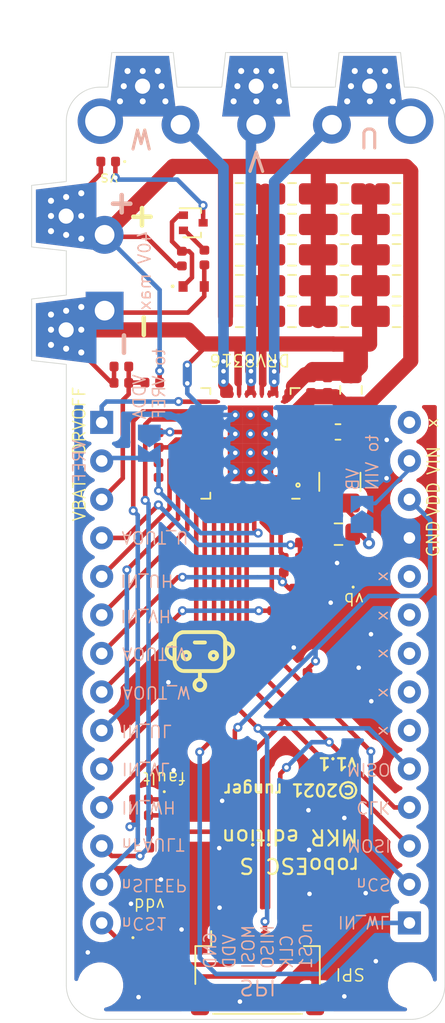
<source format=kicad_pcb>
(kicad_pcb (version 20171130) (host pcbnew "(5.1.6-0-10_14)")
  (layers (0 F.Cu signal) (31 B.Cu signal) (34 B.Paste user) (35 F.Paste user) (36 B.SilkS user) (37 F.SilkS user) (38 B.Mask user) (39 F.Mask user) (44 Edge.Cuts user))
  (net 0 "")
  (net 1 GND)
  (net 2 VDDA)
  (net 3 nSLEEP)
  (net 4 FB_BK)
  (net 5 GNDPWR)
  (net 6 VS)
  (net 7 CP)
  (net 8 CPL)
  (net 9 CPH)
  (net 10 VBAT)
  (net 11 VREF)
  (net 12 AOUT_W)
  (net 13 AOUT_V)
  (net 14 AOUT_U)
  (net 15 VDD)
  (net 16 "Net-(D1-Pad1)")
  (net 17 "Net-(D2-Pad1)")
  (net 18 "Net-(D3-Pad1)")
  (net 19 "Net-(D4-Pad1)")
  (net 20 "Net-(D5-Pad1)")
  (net 21 nCS1)
  (net 22 CLK)
  (net 23 MISO)
  (net 24 MOSI)
  (net 25 PHASE_U)
  (net 26 PHASE_V)
  (net 27 PHASE_W)
  (net 28 IN_UL)
  (net 29 IN_VL)
  (net 30 IN_WL)
  (net 31 SW_BK)
  (net 32 "Net-(Q1-Pad2)")
  (net 33 nFAULT)
  (net 34 "Net-(R10-Pad2)")
  (net 35 "Net-(R11-Pad2)")
  (net 36 "Net-(R12-Pad2)")
  (net 37 nCS)
  (net 38 IN_WH)
  (net 39 IN_VH)
  (net 40 IN_UH)
  (net 41 "Net-(U1-Pad24)")
  (net 42 DRVOFF)
  (net 43 "Net-(U1-Pad1)")
  (net 44 "Net-(U2-Pad23)")
  (net 45 "Net-(U2-Pad22)")
  (net 46 "Net-(U2-Pad21)")
  (net 47 "Net-(U2-Pad20)")
  (net 48 "Net-(U2-Pad19)")
  (net 49 "Net-(U2-Pad15)")
  (net 50 VIN)
  (module runger:vQFN-40_EP_5x7_Pitch0.5mm (layer F.Cu) (at 50.28556 48.91328 180)
    (fp_text reference U1)
    (fp_text value DRV8316)
    (pad EPAD thru_hole circle (at 1 1.875 180) (size 0.6 0.6) (drill 0.3) (layers *.Cu *.Mask) (net 1 GND))
    (pad EPAD thru_hole circle (at 1 0.625 180) (size 0.6 0.6) (drill 0.3) (layers *.Cu *.Mask) (net 1 GND))
    (pad EPAD thru_hole circle (at 1 -0.625 180) (size 0.6 0.6) (drill 0.3) (layers *.Cu *.Mask) (net 1 GND))
    (pad EPAD thru_hole circle (at 1 -1.875 180) (size 0.6 0.6) (drill 0.3) (layers *.Cu *.Mask) (net 1 GND))
    (pad EPAD thru_hole circle (at 0 1.875 180) (size 0.6 0.6) (drill 0.3) (layers *.Cu *.Mask) (net 1 GND))
    (pad EPAD thru_hole circle (at 0 0.625 180) (size 0.6 0.6) (drill 0.3) (layers *.Cu *.Mask) (net 1 GND))
    (pad EPAD thru_hole circle (at 0 -0.625 180) (size 0.6 0.6) (drill 0.3) (layers *.Cu *.Mask) (net 1 GND))
    (pad EPAD thru_hole circle (at 0 -1.875 180) (size 0.6 0.6) (drill 0.3) (layers *.Cu *.Mask) (net 1 GND))
    (pad EPAD thru_hole circle (at -1 1.875 180) (size 0.6 0.6) (drill 0.3) (layers *.Cu *.Mask) (net 1 GND))
    (pad EPAD thru_hole circle (at -1 0.625 180) (size 0.6 0.6) (drill 0.3) (layers *.Cu *.Mask) (net 1 GND))
    (pad EPAD thru_hole circle (at -1 -0.625 180) (size 0.6 0.6) (drill 0.3) (layers *.Cu *.Mask) (net 1 GND))
    (pad EPAD thru_hole circle (at -1 -1.875 180) (size 0.6 0.6) (drill 0.3) (layers *.Cu *.Mask) (net 1 GND))
    (pad EPAD smd rect (at 1 1.875 180) (size 1 1.25) (layers F.Cu F.Paste F.Mask) (net 1 GND))
    (pad EPAD smd rect (at 1 0.625 180) (size 1 1.25) (layers F.Cu F.Paste F.Mask) (net 1 GND))
    (pad EPAD smd rect (at 1 -0.625 180) (size 1 1.25) (layers F.Cu F.Paste F.Mask) (net 1 GND))
    (pad EPAD smd rect (at 1 -1.875 180) (size 1 1.25) (layers F.Cu F.Paste F.Mask) (net 1 GND))
    (pad EPAD smd rect (at 0 1.875 180) (size 1 1.25) (layers F.Cu F.Paste F.Mask) (net 1 GND))
    (pad EPAD smd rect (at 0 0.625 180) (size 1 1.25) (layers F.Cu F.Paste F.Mask) (net 1 GND))
    (pad EPAD smd rect (at 0 -0.625 180) (size 1 1.25) (layers F.Cu F.Paste F.Mask) (net 1 GND))
    (pad EPAD smd rect (at 0 -1.875 180) (size 1 1.25) (layers F.Cu F.Paste F.Mask) (net 1 GND))
    (pad EPAD smd rect (at -1 1.875 180) (size 1 1.25) (layers F.Cu F.Paste F.Mask) (net 1 GND))
    (pad EPAD smd rect (at -1 0.625 180) (size 1 1.25) (layers F.Cu F.Paste F.Mask) (net 1 GND))
    (pad EPAD smd rect (at -1 -0.625 180) (size 1 1.25) (layers F.Cu F.Paste F.Mask) (net 1 GND))
    (pad EPAD smd rect (at -1 -1.875 180) (size 1 1.25) (layers F.Cu F.Paste F.Mask) (net 1 GND))
    (pad 40 smd oval (at -1.75 -3.25 180) (size 0.2 0.5) (layers F.Cu F.Paste F.Mask) (net 36 "Net-(R12-Pad2)"))
    (pad 39 smd oval (at -1.25 -3.25 180) (size 0.2 0.5) (layers F.Cu F.Paste F.Mask) (net 35 "Net-(R11-Pad2)"))
    (pad 38 smd oval (at -0.75 -3.25 180) (size 0.2 0.5) (layers F.Cu F.Paste F.Mask) (net 34 "Net-(R10-Pad2)"))
    (pad 37 smd oval (at -0.25 -3.25 180) (size 0.2 0.5) (layers F.Cu F.Paste F.Mask) (net 11 VREF))
    (pad 36 smd oval (at 0.25 -3.25 180) (size 0.2 0.5) (layers F.Cu F.Paste F.Mask) (net 37 nCS))
    (pad 35 smd oval (at 0.75 -3.25 180) (size 0.2 0.5) (layers F.Cu F.Paste F.Mask) (net 22 CLK))
    (pad 34 smd oval (at 1.25 -3.25 180) (size 0.2 0.5) (layers F.Cu F.Paste F.Mask) (net 24 MOSI))
    (pad 33 smd oval (at 1.75 -3.25 180) (size 0.2 0.5) (layers F.Cu F.Paste F.Mask) (net 23 MISO))
    (pad 32 smd oval (at 2.25 -2.75 270) (size 0.2 0.5) (layers F.Cu F.Paste F.Mask) (net 30 IN_WL))
    (pad 31 smd oval (at 2.25 -2.25 270) (size 0.2 0.5) (layers F.Cu F.Paste F.Mask) (net 38 IN_WH))
    (pad 30 smd oval (at 2.25 -1.75 270) (size 0.2 0.5) (layers F.Cu F.Paste F.Mask) (net 29 IN_VL))
    (pad 29 smd oval (at 2.25 -1.25 270) (size 0.2 0.5) (layers F.Cu F.Paste F.Mask) (net 39 IN_VH))
    (pad 28 smd oval (at 2.25 -0.75 270) (size 0.2 0.5) (layers F.Cu F.Paste F.Mask) (net 28 IN_UL))
    (pad 27 smd oval (at 2.25 -0.25 270) (size 0.2 0.5) (layers F.Cu F.Paste F.Mask) (net 40 IN_UH))
    (pad 26 smd oval (at 2.25 0.25 270) (size 0.2 0.5) (layers F.Cu F.Paste F.Mask) (net 1 GND))
    (pad 25 smd oval (at 2.25 0.75 270) (size 0.2 0.5) (layers F.Cu F.Paste F.Mask) (net 2 VDDA))
    (pad 24 smd oval (at 2.25 1.25 270) (size 0.2 0.5) (layers F.Cu F.Paste F.Mask) (net 41 "Net-(U1-Pad24)"))
    (pad 23 smd oval (at 2.25 1.75 270) (size 0.2 0.5) (layers F.Cu F.Paste F.Mask) (net 3 nSLEEP))
    (pad 22 smd oval (at 2.25 2.25 270) (size 0.2 0.5) (layers F.Cu F.Paste F.Mask) (net 33 nFAULT))
    (pad 21 smd oval (at 2.25 2.75 270) (size 0.2 0.5) (layers F.Cu F.Paste F.Mask) (net 42 DRVOFF))
    (pad 20 smd oval (at 1.75 3.25 180) (size 0.2 0.5) (layers F.Cu F.Paste F.Mask) (net 27 PHASE_W))
    (pad 19 smd oval (at 1.25 3.25 180) (size 0.2 0.5) (layers F.Cu F.Paste F.Mask) (net 27 PHASE_W))
    (pad 18 smd oval (at 0.75 3.25 180) (size 0.2 0.5) (layers F.Cu F.Paste F.Mask) (net 5 GNDPWR))
    (pad 17 smd oval (at 0.25 3.25 180) (size 0.2 0.5) (layers F.Cu F.Paste F.Mask) (net 26 PHASE_V))
    (pad 16 smd oval (at -0.25 3.25 180) (size 0.2 0.5) (layers F.Cu F.Paste F.Mask) (net 26 PHASE_V))
    (pad 15 smd oval (at -0.75 3.25 180) (size 0.2 0.5) (layers F.Cu F.Paste F.Mask) (net 5 GNDPWR))
    (pad 14 smd oval (at -1.25 3.25 180) (size 0.2 0.5) (layers F.Cu F.Paste F.Mask) (net 25 PHASE_U))
    (pad 13 smd oval (at -1.75 3.25 180) (size 0.2 0.5) (layers F.Cu F.Paste F.Mask) (net 25 PHASE_U))
    (pad 12 smd oval (at -2.25 2.75 270) (size 0.2 0.5) (layers F.Cu F.Paste F.Mask) (net 5 GNDPWR))
    (pad 11 smd oval (at -2.25 2.25 270) (size 0.2 0.5) (layers F.Cu F.Paste F.Mask) (net 6 VS))
    (pad 10 smd oval (at -2.25 1.75 270) (size 0.2 0.5) (layers F.Cu F.Paste F.Mask) (net 6 VS))
    (pad 9 smd oval (at -2.25 1.25 270) (size 0.2 0.5) (layers F.Cu F.Paste F.Mask) (net 6 VS))
    (pad 8 smd oval (at -2.25 0.75 270) (size 0.2 0.5) (layers F.Cu F.Paste F.Mask) (net 7 CP))
    (pad 7 smd oval (at -2.25 0.25 270) (size 0.2 0.5) (layers F.Cu F.Paste F.Mask) (net 9 CPH))
    (pad 6 smd oval (at -2.25 -0.25 270) (size 0.2 0.5) (layers F.Cu F.Paste F.Mask) (net 8 CPL))
    (pad 5 smd oval (at -2.25 -0.75 270) (size 0.2 0.5) (layers F.Cu F.Paste F.Mask) (net 31 SW_BK))
    (pad 4 smd oval (at -2.25 -1.25 270) (size 0.2 0.5) (layers F.Cu F.Paste F.Mask) (net 1 GND))
    (pad 3 smd oval (at -2.25 -1.75 270) (size 0.2 0.5) (layers F.Cu F.Paste F.Mask) (net 4 FB_BK))
    (pad 2 smd oval (at -2.25 -2.25 270) (size 0.2 0.5) (layers F.Cu F.Paste F.Mask) (net 1 GND))
    (pad 1 smd oval (at -2.25 -2.75 270) (size 0.2 0.5) (layers F.Cu F.Paste F.Mask) (net 43 "Net-(U1-Pad1)"))
  )
  (module Resistor_SMD:R_0402_1005Metric (layer F.Cu) (at 44.1054 83.0727 270)
    (fp_text reference R3)
    (fp_text value 5.1k)
    (pad 2 smd roundrect (at 0.485 0 270) (size 0.59 0.64) (layers F.Cu F.Paste F.Mask) (net 21 nCS1))
    (pad 1 smd roundrect (at -0.485 0 270) (size 0.59 0.64) (layers F.Cu F.Paste F.Mask) (net 15 VDD))
  )
  (module Capacitor_SMD:C_0805_2012Metric (layer F.Cu) (at 56.4954 32.4527)
    (fp_text reference C34)
    (fp_text value "10uF 50V")
    (pad 2 smd roundrect (at 0.9375 0) (size 0.975 1.4) (layers F.Cu F.Paste F.Mask) (net 5 GNDPWR))
    (pad 1 smd roundrect (at -0.9375 0) (size 0.975 1.4) (layers F.Cu F.Paste F.Mask) (net 6 VS))
  )
  (module Capacitor_SMD:C_0805_2012Metric (layer F.Cu) (at 56.4854 36.4727)
    (fp_text reference C33)
    (fp_text value "10uF 50V")
    (pad 2 smd roundrect (at 0.9375 0) (size 0.975 1.4) (layers F.Cu F.Paste F.Mask) (net 5 GNDPWR))
    (pad 1 smd roundrect (at -0.9375 0) (size 0.975 1.4) (layers F.Cu F.Paste F.Mask) (net 6 VS))
  )
  (module Capacitor_SMD:C_0805_2012Metric (layer F.Cu) (at 56.4929 34.4727)
    (fp_text reference C32)
    (fp_text value "10uF 50V")
    (pad 2 smd roundrect (at 0.9375 0) (size 0.975 1.4) (layers F.Cu F.Paste F.Mask) (net 5 GNDPWR))
    (pad 1 smd roundrect (at -0.9375 0) (size 0.975 1.4) (layers F.Cu F.Paste F.Mask) (net 6 VS))
  )
  (module Capacitor_SMD:C_0805_2012Metric (layer F.Cu) (at 56.4854 38.5127)
    (fp_text reference C31)
    (fp_text value "10uF 50V")
    (pad 2 smd roundrect (at 0.9375 0) (size 0.975 1.4) (layers F.Cu F.Paste F.Mask) (net 5 GNDPWR))
    (pad 1 smd roundrect (at -0.9375 0) (size 0.975 1.4) (layers F.Cu F.Paste F.Mask) (net 6 VS))
  )
  (module Capacitor_SMD:C_0805_2012Metric (layer F.Cu) (at 53.0279 40.5327 180)
    (fp_text reference C30)
    (fp_text value "10uF 50V")
    (pad 2 smd roundrect (at 0.9375 0 180) (size 0.975 1.4) (layers F.Cu F.Paste F.Mask) (net 5 GNDPWR))
    (pad 1 smd roundrect (at -0.9375 0 180) (size 0.975 1.4) (layers F.Cu F.Paste F.Mask) (net 6 VS))
  )
  (module Capacitor_SMD:C_0805_2012Metric (layer F.Cu) (at 49.5754 36.4827)
    (fp_text reference C29)
    (fp_text value "10uF 50V")
    (pad 2 smd roundrect (at 0.9375 0) (size 0.975 1.4) (layers F.Cu F.Paste F.Mask) (net 5 GNDPWR))
    (pad 1 smd roundrect (at -0.9375 0) (size 0.975 1.4) (layers F.Cu F.Paste F.Mask) (net 6 VS))
  )
  (module Capacitor_SMD:C_0805_2012Metric (layer F.Cu) (at 56.4829 40.5327)
    (fp_text reference C28)
    (fp_text value "10uF 50V")
    (pad 2 smd roundrect (at 0.9375 0) (size 0.975 1.4) (layers F.Cu F.Paste F.Mask) (net 5 GNDPWR))
    (pad 1 smd roundrect (at -0.9375 0) (size 0.975 1.4) (layers F.Cu F.Paste F.Mask) (net 6 VS))
  )
  (module Capacitor_SMD:C_0805_2012Metric (layer F.Cu) (at 53.0354 38.5127 180)
    (fp_text reference C27)
    (fp_text value "10uF 50V")
    (pad 2 smd roundrect (at 0.9375 0 180) (size 0.975 1.4) (layers F.Cu F.Paste F.Mask) (net 5 GNDPWR))
    (pad 1 smd roundrect (at -0.9375 0 180) (size 0.975 1.4) (layers F.Cu F.Paste F.Mask) (net 6 VS))
  )
  (module Capacitor_SMD:C_0805_2012Metric (layer F.Cu) (at 49.5754 40.5327)
    (fp_text reference C26)
    (fp_text value "10uF 50V")
    (pad 2 smd roundrect (at 0.9375 0) (size 0.975 1.4) (layers F.Cu F.Paste F.Mask) (net 5 GNDPWR))
    (pad 1 smd roundrect (at -0.9375 0) (size 0.975 1.4) (layers F.Cu F.Paste F.Mask) (net 6 VS))
  )
  (module Capacitor_SMD:C_0805_2012Metric (layer F.Cu) (at 49.5754 32.4527)
    (fp_text reference C25)
    (fp_text value "10uF 50V")
    (pad 2 smd roundrect (at 0.9375 0) (size 0.975 1.4) (layers F.Cu F.Paste F.Mask) (net 5 GNDPWR))
    (pad 1 smd roundrect (at -0.9375 0) (size 0.975 1.4) (layers F.Cu F.Paste F.Mask) (net 6 VS))
  )
  (module Capacitor_SMD:C_0805_2012Metric (layer F.Cu) (at 53.0354 36.4727 180)
    (fp_text reference C24)
    (fp_text value "10uF 50V")
    (pad 2 smd roundrect (at 0.9375 0 180) (size 0.975 1.4) (layers F.Cu F.Paste F.Mask) (net 5 GNDPWR))
    (pad 1 smd roundrect (at -0.9375 0 180) (size 0.975 1.4) (layers F.Cu F.Paste F.Mask) (net 6 VS))
  )
  (module Capacitor_SMD:C_0805_2012Metric (layer F.Cu) (at 53.0379 34.4727 180)
    (fp_text reference C23)
    (fp_text value "10uF 50V")
    (pad 2 smd roundrect (at 0.9375 0 180) (size 0.975 1.4) (layers F.Cu F.Paste F.Mask) (net 5 GNDPWR))
    (pad 1 smd roundrect (at -0.9375 0 180) (size 0.975 1.4) (layers F.Cu F.Paste F.Mask) (net 6 VS))
  )
  (module Capacitor_SMD:C_0805_2012Metric (layer F.Cu) (at 49.5754 34.4927)
    (fp_text reference C22)
    (fp_text value "10uF 50V")
    (pad 2 smd roundrect (at 0.9375 0) (size 0.975 1.4) (layers F.Cu F.Paste F.Mask) (net 5 GNDPWR))
    (pad 1 smd roundrect (at -0.9375 0) (size 0.975 1.4) (layers F.Cu F.Paste F.Mask) (net 6 VS))
  )
  (module Capacitor_SMD:C_0805_2012Metric (layer F.Cu) (at 59.9354 36.4727 180)
    (fp_text reference C21)
    (fp_text value "10uF 50V")
    (pad 2 smd roundrect (at 0.9375 0 180) (size 0.975 1.4) (layers F.Cu F.Paste F.Mask) (net 5 GNDPWR))
    (pad 1 smd roundrect (at -0.9375 0 180) (size 0.975 1.4) (layers F.Cu F.Paste F.Mask) (net 6 VS))
  )
  (module Capacitor_SMD:C_0805_2012Metric (layer F.Cu) (at 53.0354 32.4527 180)
    (fp_text reference C20)
    (fp_text value "10uF 50V")
    (pad 2 smd roundrect (at 0.9375 0 180) (size 0.975 1.4) (layers F.Cu F.Paste F.Mask) (net 5 GNDPWR))
    (pad 1 smd roundrect (at -0.9375 0 180) (size 0.975 1.4) (layers F.Cu F.Paste F.Mask) (net 6 VS))
  )
  (module Capacitor_SMD:C_0805_2012Metric (layer F.Cu) (at 49.5754 38.5127)
    (fp_text reference C19)
    (fp_text value "10uF 50V")
    (pad 2 smd roundrect (at 0.9375 0) (size 0.975 1.4) (layers F.Cu F.Paste F.Mask) (net 5 GNDPWR))
    (pad 1 smd roundrect (at -0.9375 0) (size 0.975 1.4) (layers F.Cu F.Paste F.Mask) (net 6 VS))
  )
  (module Capacitor_SMD:C_0805_2012Metric (layer F.Cu) (at 59.9354 34.4727 180)
    (fp_text reference C18)
    (fp_text value "10uF 50V")
    (pad 2 smd roundrect (at 0.9375 0 180) (size 0.975 1.4) (layers F.Cu F.Paste F.Mask) (net 5 GNDPWR))
    (pad 1 smd roundrect (at -0.9375 0 180) (size 0.975 1.4) (layers F.Cu F.Paste F.Mask) (net 6 VS))
  )
  (module Capacitor_SMD:C_0805_2012Metric (layer F.Cu) (at 59.9354 40.5327 180)
    (fp_text reference C17)
    (fp_text value "10uF 50V")
    (pad 2 smd roundrect (at 0.9375 0 180) (size 0.975 1.4) (layers F.Cu F.Paste F.Mask) (net 5 GNDPWR))
    (pad 1 smd roundrect (at -0.9375 0 180) (size 0.975 1.4) (layers F.Cu F.Paste F.Mask) (net 6 VS))
  )
  (module Capacitor_SMD:C_0805_2012Metric (layer F.Cu) (at 59.9279 32.4527 180)
    (fp_text reference C16)
    (fp_text value "10uF 50V")
    (pad 2 smd roundrect (at 0.9375 0 180) (size 0.975 1.4) (layers F.Cu F.Paste F.Mask) (net 5 GNDPWR))
    (pad 1 smd roundrect (at -0.9375 0 180) (size 0.975 1.4) (layers F.Cu F.Paste F.Mask) (net 6 VS))
  )
  (module Capacitor_SMD:C_0805_2012Metric (layer F.Cu) (at 59.9354 38.5127 180)
    (fp_text reference C15)
    (fp_text value "10uF 50V")
    (pad 2 smd roundrect (at 0.9375 0 180) (size 0.975 1.4) (layers F.Cu F.Paste F.Mask) (net 5 GNDPWR))
    (pad 1 smd roundrect (at -0.9375 0 180) (size 0.975 1.4) (layers F.Cu F.Paste F.Mask) (net 6 VS))
  )
  (module runger:Robo_logo2 (layer F.Cu) (at 46.9454 63.2827 180)
    (fp_text reference G*** hide)
    (fp_text value LOGO hide)
  )
  (module Diode_SMD:D_SOD-523 (layer F.Cu) (at 46.5354 38.5627)
    (fp_text reference D4)
    (fp_text value 2.84V)
    (pad 2 smd rect (at 0.7 0 180) (size 0.6 0.7) (layers F.Cu F.Paste F.Mask) (net 5 GNDPWR))
    (pad 1 smd rect (at -0.7 0 180) (size 0.6 0.7) (layers F.Cu F.Paste F.Mask) (net 19 "Net-(D4-Pad1)"))
  )
  (module Jumper:SolderJumper-2_P1.3mm_Open_TrianglePad1.0x1.5mm (layer B.Cu) (at 43.6054 48.9027 270)
    (fp_text reference JP5)
    (fp_text value VSS2VDD)
    (pad 2 smd custom (at 0.725 0 270) (size 0.3 0.3) (layers B.Cu B.Mask) (net 11 VREF) (options (clearance outline) (anchor rect)) (primitives (gr_poly (pts (xy -0.65 0.75) (xy 0.5 0.75) (xy 0.5 -0.75) (xy -0.65 -0.75) (xy -0.15 0)) (width 0))))
    (pad 1 smd custom (at -0.725 0 270) (size 0.3 0.3) (layers B.Cu B.Mask) (net 2 VDDA) (options (clearance outline) (anchor rect)) (primitives (gr_poly (pts (xy -0.5 0.75) (xy 0.5 0.75) (xy 1 0) (xy 0.5 -0.75) (xy -0.5 -0.75)) (width 0))))
  )
  (module Jumper:SolderJumper-2_P1.3mm_Open_TrianglePad1.0x1.5mm (layer B.Cu) (at 57.6554 53.5977 90)
    (fp_text reference JP1)
    (fp_text value VSS2VDD)
    (pad 2 smd custom (at 0.725 0 90) (size 0.3 0.3) (layers B.Cu B.Mask) (net 50 VIN) (options (clearance outline) (anchor rect)) (primitives (gr_poly (pts (xy -0.65 0.75) (xy 0.5 0.75) (xy 0.5 -0.75) (xy -0.65 -0.75) (xy -0.15 0)) (width 0))))
    (pad 1 smd custom (at -0.725 0 90) (size 0.3 0.3) (layers B.Cu B.Mask) (net 4 FB_BK) (options (clearance outline) (anchor rect)) (primitives (gr_poly (pts (xy -0.5 0.75) (xy 0.5 0.75) (xy 1 0) (xy 0.5 -0.75) (xy -0.5 -0.75)) (width 0))))
  )
  (module NetTie:NetTie-2_THT_Pad0.3mm (layer F.Cu) (at 46.1154 44.9527 90)
    (fp_text reference NT1)
    (fp_text value Net-Tie)
    (fp_poly (pts (xy 0 -0.3) (xy 1.2 -0.3) (xy 1.2 0.3) (xy 0 0.3)) (layer B.Cu) (width 0))
    (fp_poly (pts (xy 0 -0.3) (xy 1.2 -0.3) (xy 1.2 0.3) (xy 0 0.3)) (layer F.Cu) (width 0))
    (pad 2 thru_hole circle (at 1.2 0 90) (size 0.6 0.6) (drill 0.3) (layers *.Cu) (net 5 GNDPWR))
    (pad 1 thru_hole circle (at 0 0 90) (size 0.6 0.6) (drill 0.3) (layers *.Cu) (net 1 GND))
  )
  (module TerminalBlock_RND:TerminalBlock_RND_205-00277_1x03_P5.00mm_Vertical (layer B.Cu) (at 45.66538 27.8892)
    (fp_text reference J4_2)
    (fp_text value "1x3 Header")
    (pad 1 thru_hole circle (at 0 0) (size 2.5 2.5) (drill 1.3) (layers *.Cu *.Mask) (net 27 PHASE_W))
    (pad 2 thru_hole circle (at 5 0) (size 2.5 2.5) (drill 1.3) (layers *.Cu *.Mask) (net 26 PHASE_V))
    (pad 3 thru_hole circle (at 10 0) (size 2.5 2.5) (drill 1.3) (layers *.Cu *.Mask) (net 25 PHASE_U))
  )
  (module runger:ArduinoMKR_Shield (layer F.Cu) (at 50.6222 56.1594)
    (fp_text reference U2)
    (fp_text value ArdunioMKR_Shield)
    (pad 28 thru_hole rect (at 10.16 24.39) (size 1.524 1.524) (drill 0.762) (layers *.Cu *.Mask) (net 30 IN_WL))
    (pad 27 thru_hole circle (at 10.16 21.85) (size 1.524 1.524) (drill 0.762) (layers *.Cu *.Mask) (net 37 nCS))
    (pad 26 thru_hole circle (at 10.16 19.31) (size 1.524 1.524) (drill 0.762) (layers *.Cu *.Mask) (net 24 MOSI))
    (pad 25 thru_hole circle (at 10.16 16.77) (size 1.524 1.524) (drill 0.762) (layers *.Cu *.Mask) (net 22 CLK))
    (pad 24 thru_hole circle (at 10.16 14.23) (size 1.524 1.524) (drill 0.762) (layers *.Cu *.Mask) (net 23 MISO))
    (pad 23 thru_hole circle (at 10.16 11.69) (size 1.524 1.524) (drill 0.762) (layers *.Cu *.Mask) (net 44 "Net-(U2-Pad23)"))
    (pad 22 thru_hole circle (at 10.16 9.15) (size 1.524 1.524) (drill 0.762) (layers *.Cu *.Mask) (net 45 "Net-(U2-Pad22)"))
    (pad 21 thru_hole circle (at 10.16 6.61) (size 1.524 1.524) (drill 0.762) (layers *.Cu *.Mask) (net 46 "Net-(U2-Pad21)"))
    (pad 20 thru_hole circle (at 10.16 4.07) (size 1.524 1.524) (drill 0.762) (layers *.Cu *.Mask) (net 47 "Net-(U2-Pad20)"))
    (pad 19 thru_hole circle (at 10.16 1.53) (size 1.524 1.524) (drill 0.762) (layers *.Cu *.Mask) (net 48 "Net-(U2-Pad19)"))
    (pad 18 thru_hole circle (at 10.16 -1.01) (size 1.524 1.524) (drill 0.762) (layers *.Cu *.Mask) (net 1 GND))
    (pad 17 thru_hole circle (at 10.16 -3.55) (size 1.524 1.524) (drill 0.762) (layers *.Cu *.Mask) (net 15 VDD))
    (pad 16 thru_hole circle (at 10.16 -6.09) (size 1.524 1.524) (drill 0.762) (layers *.Cu *.Mask) (net 50 VIN))
    (pad 15 thru_hole circle (at 10.16 -8.63) (size 1.524 1.524) (drill 0.762) (layers *.Cu *.Mask) (net 49 "Net-(U2-Pad15)"))
    (pad 14 thru_hole circle (at -10.16 24.39) (size 1.524 1.524) (drill 0.762) (layers *.Cu *.Mask) (net 21 nCS1))
    (pad 13 thru_hole circle (at -10.16 21.85) (size 1.524 1.524) (drill 0.762) (layers *.Cu *.Mask) (net 33 nFAULT))
    (pad 12 thru_hole circle (at -10.16 19.31) (size 1.524 1.524) (drill 0.762) (layers *.Cu *.Mask) (net 3 nSLEEP))
    (pad 11 thru_hole circle (at -10.16 16.77) (size 1.524 1.524) (drill 0.762) (layers *.Cu *.Mask) (net 38 IN_WH))
    (pad 10 thru_hole circle (at -10.16 14.23) (size 1.524 1.524) (drill 0.762) (layers *.Cu *.Mask) (net 29 IN_VL))
    (pad 9 thru_hole circle (at -10.16 11.69) (size 1.524 1.524) (drill 0.762) (layers *.Cu *.Mask) (net 28 IN_UL))
    (pad 8 thru_hole circle (at -10.16 9.15) (size 1.524 1.524) (drill 0.762) (layers *.Cu *.Mask) (net 12 AOUT_W))
    (pad 7 thru_hole circle (at -10.16 6.61) (size 1.524 1.524) (drill 0.762) (layers *.Cu *.Mask) (net 13 AOUT_V))
    (pad 6 thru_hole circle (at -10.16 4.07) (size 1.524 1.524) (drill 0.762) (layers *.Cu *.Mask) (net 39 IN_VH))
    (pad 5 thru_hole circle (at -10.16 1.53) (size 1.524 1.524) (drill 0.762) (layers *.Cu *.Mask) (net 40 IN_UH))
    (pad 4 thru_hole circle (at -10.16 -1.01) (size 1.524 1.524) (drill 0.762) (layers *.Cu *.Mask) (net 14 AOUT_U))
    (pad 3 thru_hole circle (at -10.16 -3.55) (size 1.524 1.524) (drill 0.762) (layers *.Cu *.Mask) (net 10 VBAT))
    (pad 2 thru_hole circle (at -10.16 -6.09) (size 1.524 1.524) (drill 0.762) (layers *.Cu *.Mask) (net 11 VREF))
    (pad "" np_thru_hole circle (at 10.25 28.5) (size 2 2) (drill 2) (layers *.Cu *.Mask))
    (pad "" np_thru_hole circle (at -10.25 28.5) (size 2 2) (drill 2) (layers *.Cu *.Mask))
    (pad "" thru_hole circle (at 10.25 -28.5) (size 3 3) (drill 2) (layers *.Cu *.Mask))
    (pad "" thru_hole circle (at -10.25 -28.5) (size 3 3) (drill 2) (layers *.Cu *.Mask))
    (pad 1 thru_hole rect (at -10.16 -8.63) (size 1.524 1.524) (drill 0.762) (layers *.Cu *.Mask) (net 42 DRVOFF))
  )
  (module Connector_JST:JST_SH_SM06B-SRSS-TB_1x06-1MP_P1.00mm_Horizontal (layer F.Cu) (at 50.7554 83.8627)
    (fp_text reference J1)
    (fp_text value ST_SH_SM06B-SRSS-TB_1x06-1MP)
    (pad MP smd roundrect (at 3.8 1.875) (size 1.2 1.8) (layers F.Cu F.Paste F.Mask) (roundrect_rratio 0.208333) (net 1 GND))
    (pad MP smd roundrect (at -3.8 1.875) (size 1.2 1.8) (layers F.Cu F.Paste F.Mask) (roundrect_rratio 0.208333) (net 1 GND))
    (pad 6 smd roundrect (at 2.5 -2) (size 0.6 1.55) (layers F.Cu F.Paste F.Mask) (net 21 nCS1))
    (pad 5 smd roundrect (at 1.5 -2) (size 0.6 1.55) (layers F.Cu F.Paste F.Mask) (net 22 CLK))
    (pad 4 smd roundrect (at 0.5 -2) (size 0.6 1.55) (layers F.Cu F.Paste F.Mask) (net 23 MISO))
    (pad 3 smd roundrect (at -0.5 -2) (size 0.6 1.55) (layers F.Cu F.Paste F.Mask) (net 24 MOSI))
    (pad 2 smd roundrect (at -1.5 -2) (size 0.6 1.55) (layers F.Cu F.Paste F.Mask) (net 15 VDD))
    (pad 1 smd roundrect (at -2.5 -2) (size 0.6 1.55) (layers F.Cu F.Paste F.Mask) (net 1 GND))
  )
  (module Capacitor_SMD:C_0805_2012Metric (layer F.Cu) (at 56.9254 45.3927 90)
    (fp_text reference C10)
    (fp_text value "10uF 50V")
    (pad 1 smd roundrect (at -0.9375 0 90) (size 0.975 1.4) (layers F.Cu F.Paste F.Mask) (net 6 VS))
    (pad 2 smd roundrect (at 0.9375 0 90) (size 0.975 1.4) (layers F.Cu F.Paste F.Mask) (net 5 GNDPWR))
  )
  (module Resistor_SMD:R_0402_1005Metric (layer F.Cu) (at 43.06156 72.39984)
    (fp_text reference R13)
    (fp_text value 100Ω)
    (pad 1 smd roundrect (at -0.485 0) (size 0.59 0.64) (layers F.Cu F.Paste F.Mask) (net 33 nFAULT))
    (pad 2 smd roundrect (at 0.485 0) (size 0.59 0.64) (layers F.Cu F.Paste F.Mask) (net 20 "Net-(D5-Pad1)"))
  )
  (module Resistor_SMD:R_0402_1005Metric (layer F.Cu) (at 54.0554 64.5127 270)
    (fp_text reference R14)
    (fp_text value 5.1k)
    (pad 1 smd roundrect (at -0.485 0 270) (size 0.59 0.64) (layers F.Cu F.Paste F.Mask) (net 15 VDD))
    (pad 2 smd roundrect (at 0.485 0 270) (size 0.59 0.64) (layers F.Cu F.Paste F.Mask) (net 37 nCS))
  )
  (module Resistor_SMD:R_0402_1005Metric (layer F.Cu) (at 41.76226 43.8415)
    (fp_text reference R16)
    (fp_text value 2.2k)
    (pad 1 smd roundrect (at -0.485 0) (size 0.59 0.64) (layers F.Cu F.Paste F.Mask) (net 5 GNDPWR))
    (pad 2 smd roundrect (at 0.485 0) (size 0.59 0.64) (layers F.Cu F.Paste F.Mask) (net 10 VBAT))
  )
  (module Inductor_SMD:L_1210_3225Metric (layer F.Cu) (at 56.19106 51.44868 90)
    (fp_text reference L1)
    (fp_text value 47uH)
    (pad 1 smd roundrect (at -1.4 0 90) (size 1.25 2.65) (layers F.Cu F.Paste F.Mask) (roundrect_rratio 0.2) (net 4 FB_BK))
    (pad 2 smd roundrect (at 1.4 0 90) (size 1.25 2.65) (layers F.Cu F.Paste F.Mask) (roundrect_rratio 0.2) (net 31 SW_BK))
  )
  (module Capacitor_SMD:C_0805_2012Metric (layer F.Cu) (at 56.10216 54.90308 180)
    (fp_text reference C3)
    (fp_text value "22uF 16V")
    (pad 1 smd roundrect (at -0.9375 0 180) (size 0.975 1.4) (layers F.Cu F.Paste F.Mask) (net 4 FB_BK))
    (pad 2 smd roundrect (at 0.9375 0 180) (size 0.975 1.4) (layers F.Cu F.Paste F.Mask) (net 1 GND))
  )
  (module Capacitor_SMD:C_0402_1005Metric (layer F.Cu) (at 44.2254 48.6927 270)
    (fp_text reference C1)
    (fp_text value "1uF 16V 10%")
    (pad 1 smd roundrect (at -0.485 0 270) (size 0.59 0.64) (layers F.Cu F.Paste F.Mask) (net 2 VDDA))
    (pad 2 smd roundrect (at 0.485 0 270) (size 0.59 0.64) (layers F.Cu F.Paste F.Mask) (net 1 GND))
  )
  (module Resistor_SMD:R_0402_1005Metric (layer F.Cu) (at 45.7554 36.7227 270)
    (fp_text reference R7)
    (fp_text value 10k)
    (pad 1 smd roundrect (at -0.485 0 270) (size 0.59 0.64) (layers F.Cu F.Paste F.Mask) (net 19 "Net-(D4-Pad1)"))
    (pad 2 smd roundrect (at 0.485 0 270) (size 0.59 0.64) (layers F.Cu F.Paste F.Mask) (net 6 VS))
  )
  (module Resistor_SMD:R_0402_1005Metric (layer F.Cu) (at 43.0641 73.4514 180)
    (fp_text reference R8)
    (fp_text value 5.1k)
    (pad 1 smd roundrect (at -0.485 0 180) (size 0.59 0.64) (layers F.Cu F.Paste F.Mask) (net 15 VDD))
    (pad 2 smd roundrect (at 0.485 0 180) (size 0.59 0.64) (layers F.Cu F.Paste F.Mask) (net 33 nFAULT))
  )
  (module Resistor_SMD:R_0402_1005Metric (layer F.Cu) (at 47.2454 36.6527 90)
    (fp_text reference R9)
    (fp_text value 200Ω)
    (pad 1 smd roundrect (at -0.485 0 90) (size 0.59 0.64) (layers F.Cu F.Paste F.Mask) (net 5 GNDPWR))
    (pad 2 smd roundrect (at 0.485 0 90) (size 0.59 0.64) (layers F.Cu F.Paste F.Mask) (net 32 "Net-(Q1-Pad2)"))
  )
  (module Resistor_SMD:R_0402_1005Metric (layer F.Cu) (at 51.72402 59.4666 90)
    (fp_text reference R10)
    (fp_text value 330Ω)
    (pad 1 smd roundrect (at -0.485 0 90) (size 0.59 0.64) (layers F.Cu F.Paste F.Mask) (net 12 AOUT_W))
    (pad 2 smd roundrect (at 0.485 0 90) (size 0.59 0.64) (layers F.Cu F.Paste F.Mask) (net 34 "Net-(R10-Pad2)"))
  )
  (module Resistor_SMD:R_0402_1005Metric (layer F.Cu) (at 52.4854 56.9227 90)
    (fp_text reference R11)
    (fp_text value 330Ω)
    (pad 1 smd roundrect (at -0.485 0 90) (size 0.59 0.64) (layers F.Cu F.Paste F.Mask) (net 13 AOUT_V))
    (pad 2 smd roundrect (at 0.485 0 90) (size 0.59 0.64) (layers F.Cu F.Paste F.Mask) (net 35 "Net-(R11-Pad2)"))
  )
  (module Resistor_SMD:R_0402_1005Metric (layer F.Cu) (at 53.5554 54.9427 90)
    (fp_text reference R12)
    (fp_text value 330Ω)
    (pad 1 smd roundrect (at -0.485 0 90) (size 0.59 0.64) (layers F.Cu F.Paste F.Mask) (net 14 AOUT_U))
    (pad 2 smd roundrect (at 0.485 0 90) (size 0.59 0.64) (layers F.Cu F.Paste F.Mask) (net 36 "Net-(R12-Pad2)"))
  )
  (module Resistor_SMD:R_0402_1005Metric (layer F.Cu) (at 55.20046 57.30338 270)
    (fp_text reference R1)
    (fp_text value 1k)
    (pad 1 smd roundrect (at -0.485 0 270) (size 0.59 0.64) (layers F.Cu F.Paste F.Mask) (net 1 GND))
    (pad 2 smd roundrect (at 0.485 0 270) (size 0.59 0.64) (layers F.Cu F.Paste F.Mask) (net 18 "Net-(D3-Pad1)"))
  )
  (module Capacitor_SMD:C_0402_1005Metric (layer F.Cu) (at 44.2154 50.6727 90)
    (fp_text reference C11)
    (fp_text value "100nF 50V 5%")
    (pad 1 smd roundrect (at -0.485 0 90) (size 0.59 0.64) (layers F.Cu F.Paste F.Mask) (net 11 VREF))
    (pad 2 smd roundrect (at 0.485 0 90) (size 0.59 0.64) (layers F.Cu F.Paste F.Mask) (net 1 GND))
  )
  (module Capacitor_SMD:C_0402_1005Metric (layer F.Cu) (at 53.6254 58.4927)
    (fp_text reference C13)
    (fp_text value "22pF 50V 1%")
    (pad 1 smd roundrect (at -0.485 0) (size 0.59 0.64) (layers F.Cu F.Paste F.Mask) (net 13 AOUT_V))
    (pad 2 smd roundrect (at 0.485 0) (size 0.59 0.64) (layers F.Cu F.Paste F.Mask) (net 1 GND))
  )
  (module Capacitor_SMD:C_0402_1005Metric (layer F.Cu) (at 53.5554 56.9127 270)
    (fp_text reference C14)
    (fp_text value "22pF 50V 1%")
    (pad 1 smd roundrect (at -0.485 0 270) (size 0.59 0.64) (layers F.Cu F.Paste F.Mask) (net 14 AOUT_U))
    (pad 2 smd roundrect (at 0.485 0 270) (size 0.59 0.64) (layers F.Cu F.Paste F.Mask) (net 1 GND))
  )
  (module Resistor_SMD:R_0402_1005Metric (layer F.Cu) (at 43.8054 44.9027)
    (fp_text reference R15)
    (fp_text value 47k)
    (pad 1 smd roundrect (at -0.485 0) (size 0.59 0.64) (layers F.Cu F.Paste F.Mask) (net 10 VBAT))
    (pad 2 smd roundrect (at 0.485 0) (size 0.59 0.64) (layers F.Cu F.Paste F.Mask) (net 6 VS))
  )
  (module Capacitor_SMD:C_0402_1005Metric (layer F.Cu) (at 41.75986 44.921 180)
    (fp_text reference C9)
    (fp_text value "100nF 50V 5%")
    (pad 1 smd roundrect (at -0.485 0 180) (size 0.59 0.64) (layers F.Cu F.Paste F.Mask) (net 10 VBAT))
    (pad 2 smd roundrect (at 0.485 0 180) (size 0.59 0.64) (layers F.Cu F.Paste F.Mask) (net 5 GNDPWR))
  )
  (module TerminalBlock_RND:TerminalBlock_RND_205-00001_1x02_P5.00mm_Horizontal (layer F.Cu) (at 40.6542 40.15598 90)
    (fp_text reference J3_2)
    (fp_text value PWR_IN)
    (pad 1 thru_hole rect (at 0 0 90) (size 2.5 2.5) (drill 1.3) (layers *.Cu *.Mask) (net 5 GNDPWR) (clearance 0.1))
    (pad 2 thru_hole circle (at 5 0 90) (size 2.5 2.5) (drill 1.3) (layers *.Cu *.Mask) (net 6 VS) (clearance 0.1))
  )
  (module runger:EdgeSolderPads2x_Trapezoidal_3mmx3mmx3mm (layer F.Cu) (at 38.1142 41.42598 90)
    (fp_text reference J3_1)
    (fp_text value PWR_Pads)
    (pad 1 thru_hole trapezoid (at 0 0 90) (size 4 4) (rect_delta 0 0.5) (drill 1) (layers *.Cu *.Mask) (net 5 GNDPWR))
    (pad 1 thru_hole circle (at 1.51 1 90) (size 0.7 0.7) (drill 0.4) (layers *.Cu *.Mask) (net 5 GNDPWR))
    (pad 1 thru_hole circle (at 0.01 1 90) (size 0.7 0.7) (drill 0.4) (layers *.Cu *.Mask) (net 5 GNDPWR))
    (pad 1 thru_hole circle (at -1.49 1 90) (size 0.7 0.7) (drill 0.4) (layers *.Cu *.Mask) (net 5 GNDPWR))
    (pad 1 thru_hole circle (at 1.26 0 90) (size 0.7 0.7) (drill 0.4) (layers *.Cu *.Mask) (net 5 GNDPWR))
    (pad 1 thru_hole circle (at -1.24 0 90) (size 0.7 0.7) (drill 0.4) (layers *.Cu *.Mask) (net 5 GNDPWR))
    (pad 1 thru_hole circle (at 1.01 -1 90) (size 0.7 0.7) (drill 0.4) (layers *.Cu *.Mask) (net 5 GNDPWR))
    (pad 1 thru_hole circle (at 0.01 -1 90) (size 0.7 0.7) (drill 0.4) (layers *.Cu *.Mask) (net 5 GNDPWR))
    (pad 1 thru_hole circle (at -0.99 -1 90) (size 0.7 0.7) (drill 0.4) (layers *.Cu *.Mask) (net 5 GNDPWR))
    (pad 2 thru_hole trapezoid (at 7.505 0 90) (size 4 4) (rect_delta 0 0.5) (drill 1) (layers *.Cu *.Mask) (net 6 VS))
    (pad 2 thru_hole circle (at 9.015 1 90) (size 0.7 0.7) (drill 0.4) (layers *.Cu *.Mask) (net 6 VS))
    (pad 2 thru_hole circle (at 7.515 1 90) (size 0.7 0.7) (drill 0.4) (layers *.Cu *.Mask) (net 6 VS))
    (pad 2 thru_hole circle (at 6.015 1 90) (size 0.7 0.7) (drill 0.4) (layers *.Cu *.Mask) (net 6 VS))
    (pad 2 thru_hole circle (at 8.765 0 90) (size 0.7 0.7) (drill 0.4) (layers *.Cu *.Mask) (net 6 VS))
    (pad 2 thru_hole circle (at 6.265 0 90) (size 0.7 0.7) (drill 0.4) (layers *.Cu *.Mask) (net 6 VS))
    (pad 2 thru_hole circle (at 8.515 -1 90) (size 0.7 0.7) (drill 0.4) (layers *.Cu *.Mask) (net 6 VS))
    (pad 2 thru_hole circle (at 7.515 -1 90) (size 0.7 0.7) (drill 0.4) (layers *.Cu *.Mask) (net 6 VS))
    (pad 2 thru_hole circle (at 6.515 -1 90) (size 0.7 0.7) (drill 0.4) (layers *.Cu *.Mask) (net 6 VS))
  )
  (module runger:EdgeSolderPads3x_Trapezoidal_3mmx3mmx3mm (layer F.Cu) (at 43.15968 25.3492)
    (fp_text reference J4_1)
    (fp_text value Phase_Pads)
    (pad 1 thru_hole trapezoid (at 0 0) (size 4 4) (rect_delta 0 0.5) (drill 1) (layers *.Cu *.Mask) (net 27 PHASE_W))
    (pad 1 thru_hole circle (at 1.51 1) (size 0.7 0.7) (drill 0.4) (layers *.Cu *.Mask) (net 27 PHASE_W))
    (pad 1 thru_hole circle (at 0.01 1) (size 0.7 0.7) (drill 0.4) (layers *.Cu *.Mask) (net 27 PHASE_W))
    (pad 1 thru_hole circle (at -1.49 1) (size 0.7 0.7) (drill 0.4) (layers *.Cu *.Mask) (net 27 PHASE_W))
    (pad 1 thru_hole circle (at 1.26 0) (size 0.7 0.7) (drill 0.4) (layers *.Cu *.Mask) (net 27 PHASE_W))
    (pad 1 thru_hole circle (at -1.24 0) (size 0.7 0.7) (drill 0.4) (layers *.Cu *.Mask) (net 27 PHASE_W))
    (pad 1 thru_hole circle (at 1.01 -1) (size 0.7 0.7) (drill 0.4) (layers *.Cu *.Mask) (net 27 PHASE_W))
    (pad 1 thru_hole circle (at 0.01 -1) (size 0.7 0.7) (drill 0.4) (layers *.Cu *.Mask) (net 27 PHASE_W))
    (pad 1 thru_hole circle (at -0.99 -1) (size 0.7 0.7) (drill 0.4) (layers *.Cu *.Mask) (net 27 PHASE_W))
    (pad 2 thru_hole trapezoid (at 7.505 0) (size 4 4) (rect_delta 0 0.5) (drill 1) (layers *.Cu *.Mask) (net 26 PHASE_V))
    (pad 2 thru_hole circle (at 9.015 1) (size 0.7 0.7) (drill 0.4) (layers *.Cu *.Mask) (net 26 PHASE_V))
    (pad 2 thru_hole circle (at 7.515 1) (size 0.7 0.7) (drill 0.4) (layers *.Cu *.Mask) (net 26 PHASE_V))
    (pad 2 thru_hole circle (at 6.015 1) (size 0.7 0.7) (drill 0.4) (layers *.Cu *.Mask) (net 26 PHASE_V))
    (pad 2 thru_hole circle (at 8.765 0) (size 0.7 0.7) (drill 0.4) (layers *.Cu *.Mask) (net 26 PHASE_V))
    (pad 2 thru_hole circle (at 6.265 0) (size 0.7 0.7) (drill 0.4) (layers *.Cu *.Mask) (net 26 PHASE_V))
    (pad 2 thru_hole circle (at 8.515 -1) (size 0.7 0.7) (drill 0.4) (layers *.Cu *.Mask) (net 26 PHASE_V))
    (pad 2 thru_hole circle (at 7.515 -1) (size 0.7 0.7) (drill 0.4) (layers *.Cu *.Mask) (net 26 PHASE_V))
    (pad 2 thru_hole circle (at 6.515 -1) (size 0.7 0.7) (drill 0.4) (layers *.Cu *.Mask) (net 26 PHASE_V))
    (pad 3 thru_hole circle (at 16.515 1) (size 0.7 0.7) (drill 0.4) (layers *.Cu *.Mask) (net 25 PHASE_U))
    (pad 3 thru_hole circle (at 15.015 1) (size 0.7 0.7) (drill 0.4) (layers *.Cu *.Mask) (net 25 PHASE_U))
    (pad 3 thru_hole circle (at 13.515 1) (size 0.7 0.7) (drill 0.4) (layers *.Cu *.Mask) (net 25 PHASE_U))
    (pad 3 thru_hole trapezoid (at 15.005 0) (size 4 4) (rect_delta 0 0.5) (drill 1) (layers *.Cu *.Mask) (net 25 PHASE_U))
    (pad 3 thru_hole circle (at 16.265 0) (size 0.7 0.7) (drill 0.4) (layers *.Cu *.Mask) (net 25 PHASE_U))
    (pad 3 thru_hole circle (at 13.765 0) (size 0.7 0.7) (drill 0.4) (layers *.Cu *.Mask) (net 25 PHASE_U))
    (pad 3 thru_hole circle (at 16.015 -1) (size 0.7 0.7) (drill 0.4) (layers *.Cu *.Mask) (net 25 PHASE_U))
    (pad 3 thru_hole circle (at 15.015 -1) (size 0.7 0.7) (drill 0.4) (layers *.Cu *.Mask) (net 25 PHASE_U))
    (pad 3 thru_hole circle (at 14.015 -1) (size 0.7 0.7) (drill 0.4) (layers *.Cu *.Mask) (net 25 PHASE_U))
  )
  (module Package_TO_SOT_SMD:SOT-416 (layer F.Cu) (at 46.5104 34.361)
    (fp_text reference Q1)
    (fp_text value BC847BTT1G)
    (pad 1 smd rect (at -0.65 -0.5) (size 0.6 0.5) (layers F.Cu F.Paste F.Mask) (net 19 "Net-(D4-Pad1)"))
    (pad 2 smd rect (at -0.65 0.5) (size 0.6 0.5) (layers F.Cu F.Paste F.Mask) (net 32 "Net-(Q1-Pad2)"))
    (pad 3 smd rect (at 0.65 0) (size 0.6 0.5) (layers F.Cu F.Paste F.Mask) (net 17 "Net-(D2-Pad1)"))
  )
  (module Capacitor_SMD:C_0402_1005Metric (layer F.Cu) (at 53.99396 49.11442 270)
    (fp_text reference C6)
    (fp_text value "47nF 50V X7R")
    (pad 1 smd roundrect (at -0.485 0 270) (size 0.59 0.64) (layers F.Cu F.Paste F.Mask) (net 9 CPH))
    (pad 2 smd roundrect (at 0.485 0 270) (size 0.59 0.64) (layers F.Cu F.Paste F.Mask) (net 8 CPL))
  )
  (module Capacitor_SMD:C_0402_1005Metric (layer F.Cu) (at 54.2886 45.07074 90)
    (fp_text reference C7)
    (fp_text value "100nF 50V 5%")
    (pad 1 smd roundrect (at -0.485 0 90) (size 0.59 0.64) (layers F.Cu F.Paste F.Mask) (net 6 VS))
    (pad 2 smd roundrect (at 0.485 0 90) (size 0.59 0.64) (layers F.Cu F.Paste F.Mask) (net 5 GNDPWR))
  )
  (module Capacitor_SMD:C_0402_1005Metric (layer F.Cu) (at 55.37572 45.07074 90)
    (fp_text reference C8)
    (fp_text value "100nF 50V 5%")
    (pad 1 smd roundrect (at -0.485 0 90) (size 0.59 0.64) (layers F.Cu F.Paste F.Mask) (net 6 VS))
    (pad 2 smd roundrect (at 0.485 0 90) (size 0.59 0.64) (layers F.Cu F.Paste F.Mask) (net 5 GNDPWR))
  )
  (module Resistor_SMD:R_0402_1005Metric (layer F.Cu) (at 43.6274 80.43886 180)
    (fp_text reference R6)
    (fp_text value 1k)
    (pad 1 smd roundrect (at -0.485 0 180) (size 0.59 0.64) (layers F.Cu F.Paste F.Mask) (net 1 GND))
    (pad 2 smd roundrect (at 0.485 0 180) (size 0.59 0.64) (layers F.Cu F.Paste F.Mask) (net 16 "Net-(D1-Pad1)"))
  )
  (module Capacitor_SMD:C_0603_1608Metric (layer F.Cu) (at 56.0667 48.15938 180)
    (fp_text reference C5)
    (fp_text value "1uF 16V X7R")
    (pad 1 smd roundrect (at -0.7875 0 180) (size 0.875 0.95) (layers F.Cu F.Paste F.Mask) (net 6 VS))
    (pad 2 smd roundrect (at 0.7875 0 180) (size 0.875 0.95) (layers F.Cu F.Paste F.Mask) (net 7 CP))
  )
  (module Capacitor_SMD:C_0402_1005Metric (layer F.Cu) (at 52.19392 60.9525)
    (fp_text reference C12)
    (fp_text value "22pF 50V 1%")
    (pad 1 smd roundrect (at -0.485 0) (size 0.59 0.64) (layers F.Cu F.Paste F.Mask) (net 12 AOUT_W))
    (pad 2 smd roundrect (at 0.485 0) (size 0.59 0.64) (layers F.Cu F.Paste F.Mask) (net 1 GND))
  )
  (module LED_SMD:LED_0402_1005Metric (layer F.Cu) (at 40.8904 30.3227 180)
    (fp_text reference D2)
    (fp_text value green)
    (pad 1 smd roundrect (at -0.485 0 180) (size 0.59 0.64) (layers F.Cu F.Paste F.Mask) (net 17 "Net-(D2-Pad1)"))
    (pad 2 smd roundrect (at 0.485 0 180) (size 0.59 0.64) (layers F.Cu F.Paste F.Mask) (net 6 VS))
  )
  (module LED_SMD:LED_0402_1005Metric (layer F.Cu) (at 57.06736 57.30338 90)
    (fp_text reference D3)
    (fp_text value green)
    (pad 1 smd roundrect (at -0.485 0 90) (size 0.59 0.64) (layers F.Cu F.Paste F.Mask) (net 18 "Net-(D3-Pad1)"))
    (pad 2 smd roundrect (at 0.485 0 90) (size 0.59 0.64) (layers F.Cu F.Paste F.Mask) (net 4 FB_BK))
  )
  (module LED_SMD:LED_0402_1005Metric (layer F.Cu) (at 44.5955 72.9807 270)
    (fp_text reference D5)
    (fp_text value red)
    (pad 1 smd roundrect (at -0.485 0 270) (size 0.59 0.64) (layers F.Cu F.Paste F.Mask) (net 20 "Net-(D5-Pad1)"))
    (pad 2 smd roundrect (at 0.485 0 270) (size 0.59 0.64) (layers F.Cu F.Paste F.Mask) (net 15 VDD))
  )
  (module Capacitor_SMD:C_0402_1005Metric (layer F.Cu) (at 44.11798 75.57912)
    (fp_text reference C2)
    (fp_text value "1nF 16V")
    (pad 1 smd roundrect (at -0.485 0) (size 0.59 0.64) (layers F.Cu F.Paste F.Mask) (net 3 nSLEEP))
    (pad 2 smd roundrect (at 0.485 0) (size 0.59 0.64) (layers F.Cu F.Paste F.Mask) (net 1 GND))
  )
  (module LED_SMD:LED_0402_1005Metric (layer F.Cu) (at 43.6147 81.5209)
    (fp_text reference D1)
    (fp_text value green)
    (pad 1 smd roundrect (at -0.485 0) (size 0.59 0.64) (layers F.Cu F.Paste F.Mask) (net 16 "Net-(D1-Pad1)"))
    (pad 2 smd roundrect (at 0.485 0) (size 0.59 0.64) (layers F.Cu F.Paste F.Mask) (net 15 VDD))
  )
  (module Resistor_SMD:R_0402_1005Metric (layer F.Cu) (at 44.11798 74.53264)
    (fp_text reference R2)
    (fp_text value 5.1k)
    (pad 1 smd roundrect (at -0.485 0) (size 0.59 0.64) (layers F.Cu F.Paste F.Mask) (net 3 nSLEEP))
    (pad 2 smd roundrect (at 0.485 0) (size 0.59 0.64) (layers F.Cu F.Paste F.Mask) (net 15 VDD))
  )
  (gr_text W (at 43.0654 28.8127 180) (layer B.SilkS) (effects (font (size 1.25 1.25) (thickness 0.2)) (justify mirror)))
  (gr_text V (at 50.6654 30.2527 180) (layer B.SilkS) (effects (font (size 1.25 1.25) (thickness 0.2)) (justify mirror)))
  (gr_text U (at 58.1354 28.7427 180) (layer B.SilkS) (effects (font (size 1.25 1.25) (thickness 0.2)) (justify mirror)))
  (gr_text MISO (at 51.4174 83.644509 90) (layer B.SilkS) (effects (font (size 0.8 0.8) (thickness 0.1)) (justify right mirror)))
  (gr_text MOSI (at 50.1534 83.644509 90) (layer B.SilkS) (effects (font (size 0.8 0.8) (thickness 0.1)) (justify right mirror)))
  (gr_text CLK (at 52.6814 83.644509 90) (layer B.SilkS) (effects (font (size 0.8 0.8) (thickness 0.1)) (justify right mirror)))
  (gr_text VDD (at 48.8894 83.644509 90) (layer B.SilkS) (effects (font (size 0.8 0.8) (thickness 0.1)) (justify right mirror)))
  (gr_text nCS1 (at 53.9454 83.644509 90) (layer B.SilkS) (effects (font (size 0.8 0.8) (thickness 0.1)) (justify right mirror)))
  (gr_text GND (at 47.6254 83.644509 90) (layer B.SilkS) (effects (font (size 0.8 0.8) (thickness 0.1)) (justify right mirror)))
  (gr_text SPI (at 50.7654 84.7927 180) (layer B.SilkS) (effects (font (size 1 1) (thickness 0.125)) (justify mirror)))
  (gr_text x (at 62.2754 47.5627 90) (layer F.SilkS) (effects (font (size 0.8 0.8) (thickness 0.1))))
  (gr_text x (at 58.9554 67.8727 90) (layer B.SilkS) (effects (font (size 0.8 0.8) (thickness 0.1)) (justify mirror)))
  (gr_text x (at 58.9554 65.3527 90) (layer B.SilkS) (effects (font (size 0.8 0.8) (thickness 0.1)) (justify mirror)))
  (gr_text x (at 58.9554 62.7727 90) (layer B.SilkS) (effects (font (size 0.8 0.8) (thickness 0.1)) (justify mirror)))
  (gr_text x (at 58.9554 60.2727 90) (layer B.SilkS) (effects (font (size 0.8 0.8) (thickness 0.1)) (justify mirror)))
  (gr_text x (at 58.9554 57.6827 90) (layer B.SilkS) (effects (font (size 0.8 0.8) (thickness 0.1)) (justify mirror)))
  (gr_text VIN (at 62.3854 50.0427 90) (layer F.SilkS) (effects (font (size 0.8 0.8) (thickness 0.1))))
  (gr_text v1.1 (at 56.0354 70.0427 180) (layer F.SilkS) (effects (font (size 0.8 0.8))))
  (gr_text "40V max" (at 43.2954 40.2027 90) (layer B.SilkS) (effects (font (size 0.8 0.8) (thickness 0.1)) (justify right mirror)))
  (gr_line (start 63.1254 27.6627) (end 63.1254 84.6627) (layer Edge.Cuts) (width 0.05))
  (gr_circle (center 53.4254 51.6627) (end 53.4654 51.7027) (layer F.SilkS) (width 0.12))
  (gr_arc (start 60.8754 27.6627) (end 63.1254 27.6627) (angle -90) (layer Edge.Cuts) (width 0.05))
  (gr_arc (start 40.3754 27.6627) (end 40.3754 25.4127) (angle -90) (layer Edge.Cuts) (width 0.05))
  (gr_arc (start 40.3754 84.6627) (end 38.1254 84.6627) (angle -90) (layer Edge.Cuts) (width 0.05))
  (gr_arc (start 60.8754 84.6627) (end 60.8754 86.9127) (angle -90) (layer Edge.Cuts) (width 0.05))
  (gr_text SPI (at 56.8754 83.9427 180) (layer F.SilkS) (effects (font (size 0.8 0.8) (thickness 0.1))))
  (gr_text nCS1 (at 44.8654 80.5827 180) (layer B.SilkS) (effects (font (size 0.8 0.8) (thickness 0.1)) (justify right mirror)))
  (gr_line (start 60.8754 86.9127) (end 40.3754 86.9127) (layer Edge.Cuts) (width 0.05))
  (gr_line (start 38.1254 43.7027) (end 38.1254 84.6627) (layer Edge.Cuts) (width 0.05))
  (gr_line (start 40.3754 25.4127) (end 40.87114 25.4127) (layer Edge.Cuts) (width 0.05))
  (gr_line (start 38.1254 31.63904) (end 38.1254 27.6627) (layer Edge.Cuts) (width 0.05))
  (gr_line (start 35.83514 31.89304) (end 35.83514 35.95704) (layer Edge.Cuts) (width 0.05))
  (gr_line (start 35.83514 35.95704) (end 38.1254 36.21104) (layer Edge.Cuts) (width 0.05))
  (gr_line (start 35.83514 31.89304) (end 38.1254 31.63904) (layer Edge.Cuts) (width 0.05))
  (gr_line (start 35.83514 39.38604) (end 38.1254 39.13204) (layer Edge.Cuts) (width 0.05))
  (gr_line (start 35.83514 43.45004) (end 38.1254 43.7027) (layer Edge.Cuts) (width 0.05))
  (gr_line (start 35.83514 39.38604) (end 35.83514 43.45004) (layer Edge.Cuts) (width 0.05))
  (gr_line (start 60.20054 23.12908) (end 60.45454 25.4127) (layer Edge.Cuts) (width 0.05))
  (gr_line (start 56.13654 23.12908) (end 55.88254 25.41508) (layer Edge.Cuts) (width 0.05))
  (gr_line (start 60.20054 23.12908) (end 56.13654 23.12908) (layer Edge.Cuts) (width 0.05))
  (gr_line (start 52.70754 23.12908) (end 52.96154 25.41508) (layer Edge.Cuts) (width 0.05))
  (gr_line (start 48.64354 23.12908) (end 48.38954 25.41508) (layer Edge.Cuts) (width 0.05))
  (gr_line (start 52.70754 23.12908) (end 48.64354 23.12908) (layer Edge.Cuts) (width 0.05))
  (gr_line (start 45.18914 23.12908) (end 45.44314 25.41508) (layer Edge.Cuts) (width 0.05))
  (gr_line (start 41.12514 23.12908) (end 40.87114 25.4127) (layer Edge.Cuts) (width 0.05))
  (gr_line (start 45.18914 23.12908) (end 41.12514 23.12908) (layer Edge.Cuts) (width 0.05))
  (gr_line (start 45.44314 25.41508) (end 48.38954 25.41508) (layer Edge.Cuts) (width 0.05))
  (gr_line (start 52.96154 25.41508) (end 55.88254 25.41508) (layer Edge.Cuts) (width 0.05))
  (gr_line (start 60.45454 25.4127) (end 60.8754 25.4127) (layer Edge.Cuts) (width 0.05))
  (gr_line (start 38.1254 39.13204) (end 38.1254 36.21104) (layer Edge.Cuts) (width 0.05))
  (gr_text U (at 58.1354 28.7427 180) (layer F.SilkS) (effects (font (size 1.25 1.25) (thickness 0.2))))
  (gr_text V (at 50.6754 30.2827 180) (layer F.SilkS) (effects (font (size 1.25 1.25) (thickness 0.2))))
  (gr_text W (at 43.0654 28.8027 180) (layer F.SilkS) (effects (font (size 1.25 1.25) (thickness 0.2))))
  (gr_text "roboESC S" (at 57.5651 76.773 180) (layer F.SilkS) (effects (font (size 1 1)) (justify left)))
  (gr_text "MKR edition" (at 57.4889 74.8934 180) (layer F.SilkS) (effects (font (size 1 1)) (justify left)))
  (gr_text "©2021 runger" (at 52.9854 71.7727 180) (layer F.SilkS) (effects (font (size 0.8 0.8))))
  (gr_text + (at 43.0154 33.9627 90) (layer F.SilkS) (effects (font (size 1.5 1.5) (thickness 0.3))))
  (gr_text - (at 43.1354 41.1827 90) (layer F.SilkS) (effects (font (size 1.5 1.5) (thickness 0.3))))
  (gr_text + (at 41.6754 33.1027 90) (layer B.SilkS) (effects (font (size 1.5 1.5) (thickness 0.3))))
  (gr_text - (at 41.8254 42.3627 90) (layer B.SilkS) (effects (font (size 1.5 1.5) (thickness 0.3))))
  (gr_text "VB\nto VIN" (at 57.6854 52.0927 90) (layer B.SilkS) (effects (font (size 0.8 0.8) (thickness 0.1)) (justify right mirror)))
  (gr_text GND (at 62.3454 53.9227 90) (layer F.SilkS) (effects (font (size 0.8 0.8) (thickness 0.1)) (justify right)))
  (gr_text VDD (at 62.371114 51.3827 90) (layer F.SilkS) (effects (font (size 0.8 0.8) (thickness 0.1)) (justify right)))
  (gr_text VBAT (at 38.9854 51.2127 90) (layer F.SilkS) (effects (font (size 0.8 0.8) (thickness 0.1)) (justify right)))
  (gr_text AOUT_U (at 46.2554 55.1127 180) (layer B.SilkS) (effects (font (size 0.8 0.8) (thickness 0.1)) (justify right mirror)))
  (gr_text AOUT_V (at 46.1454 62.7827 180) (layer B.SilkS) (effects (font (size 0.8 0.8) (thickness 0.1)) (justify right mirror)))
  (gr_text AOUT_W (at 46.3954 65.3427 180) (layer B.SilkS) (effects (font (size 0.8 0.8) (thickness 0.1)) (justify right mirror)))
  (gr_text VREF (at 38.9854 51.6227 90) (layer B.SilkS) (effects (font (size 0.8 0.8) (thickness 0.1)) (justify right mirror)))
  (gr_text nCS (at 59.6054 78.0027 180) (layer B.SilkS) (effects (font (size 0.8 0.8) (thickness 0.1)) (justify right mirror)))
  (gr_text CLK (at 59.5854 72.9327 180) (layer B.SilkS) (effects (font (size 0.8 0.8) (thickness 0.1)) (justify right mirror)))
  (gr_text MOSI (at 59.6254 75.4427 180) (layer B.SilkS) (effects (font (size 0.8 0.8) (thickness 0.1)) (justify right mirror)))
  (gr_text "VDDA\nto VREF" (at 43.6054 47.3927 90) (layer B.SilkS) (effects (font (size 0.8 0.8) (thickness 0.1)) (justify right mirror)))
  (gr_text DRVOFF (at 38.9754 45.1027 90) (layer F.SilkS) (effects (font (size 0.8 0.8) (thickness 0.1)) (justify right)))
  (gr_text nFAULT (at 46.0154 75.3727 180) (layer B.SilkS) (effects (font (size 0.8 0.8) (thickness 0.1)) (justify right mirror)))
  (gr_text nSLEEP (at 46.1854 78.0527 180) (layer B.SilkS) (effects (font (size 0.8 0.8) (thickness 0.1)) (justify right mirror)))
  (gr_text IN_UH (at 45.2654 57.9727 180) (layer B.SilkS) (effects (font (size 0.8 0.8) (thickness 0.1)) (justify right mirror)))
  (gr_text IN_UL (at 45.1454 67.8827 180) (layer B.SilkS) (effects (font (size 0.8 0.8) (thickness 0.1)) (justify right mirror)))
  (gr_text IN_VH (at 45.1154 60.3027 180) (layer B.SilkS) (effects (font (size 0.8 0.8) (thickness 0.1)) (justify right mirror)))
  (gr_text IN_VL (at 45.0154 70.3927 180) (layer B.SilkS) (effects (font (size 0.8 0.8) (thickness 0.1)) (justify right mirror)))
  (gr_text IN_WH (at 45.4154 72.9227 180) (layer B.SilkS) (effects (font (size 0.8 0.8) (thickness 0.1)) (justify right mirror)))
  (gr_text IN_WL (at 59.5154 80.5027 180) (layer B.SilkS) (effects (font (size 0.8 0.8) (thickness 0.1)) (justify right mirror)))
  (gr_text MISO (at 59.6054 70.4227 180) (layer B.SilkS) (effects (font (size 0.8 0.8) (thickness 0.1)) (justify right mirror)))
  (gr_text DRV8316 (at 50.2454 43.4227 180) (layer F.SilkS) (effects (font (size 0.8 0.8) (thickness 0.1))))
  (gr_text vdd (at 43.6054 79.3427 180) (layer F.SilkS) (effects (font (size 0.8 0.8) (thickness 0.1))))
  (gr_text vs (at 40.9454 31.5027 180) (layer F.SilkS) (effects (font (size 0.8 0.8) (thickness 0.1))))
  (gr_text vb (at 57.1154 59.1927 180) (layer F.SilkS) (effects (font (size 0.8 0.8) (thickness 0.1))))
  (gr_text fault (at 44.5954 71.0027 180) (layer F.SilkS) (effects (font (size 0.8 0.8) (thickness 0.1))))
  (segment (start 51.91056 50.16328) (end 51.28556 49.53828) (width 0.3) (layer F.Cu) (net 1))
  (segment (start 52.53556 50.16328) (end 51.91056 50.16328) (width 0.3) (layer F.Cu) (net 1))
  (segment (start 52.87196 51.21327) (end 53.13557 51.47688) (width 0.3) (layer F.Cu) (net 1))
  (segment (start 52.86955 51.21327) (end 52.87196 51.21327) (width 0.3) (layer F.Cu) (net 1))
  (segment (start 52.81956 51.16328) (end 52.86955 51.21327) (width 0.3) (layer F.Cu) (net 1))
  (segment (start 52.53556 51.16328) (end 52.81956 51.16328) (width 0.3) (layer F.Cu) (net 1))
  (segment (start 53.28276 51.62407) (end 53.13557 51.47688) (width 0.3) (layer F.Cu) (net 1))
  (segment (start 53.28276 52.55358) (end 53.28276 51.62407) (width 0.3) (layer F.Cu) (net 1))
  (segment (start 55.20046 54.93888) (end 55.16466 54.90308) (width 0.3) (layer F.Cu) (net 1))
  (segment (start 55.20046 56.81838) (end 55.20046 54.93888) (width 0.3) (layer F.Cu) (net 1))
  (segment (start 53.28276 52.55358) (end 53.68916 52.95998) (width 0.3) (layer F.Cu) (net 1))
  (segment (start 53.68916 52.95998) (end 53.68916 52.97268) (width 0.3) (layer F.Cu) (net 1))
  (segment (start 55.16466 54.44818) (end 55.16466 54.90308) (width 0.3) (layer F.Cu) (net 1))
  (segment (start 53.68916 52.97268) (end 55.16466 54.44818) (width 0.3) (layer F.Cu) (net 1))
  (segment (start 48.91056 48.66328) (end 49.28556 48.28828) (width 0.3) (layer F.Cu) (net 1))
  (segment (start 48.03556 48.66328) (end 48.91056 48.66328) (width 0.3) (layer F.Cu) (net 1))
  (segment (start 48.2554 80.4427) (end 48.2454 80.4327) (width 0.3) (layer F.Cu) (net 1))
  (segment (start 48.2554 81.8627) (end 48.2554 80.4427) (width 0.3) (layer F.Cu) (net 1))
  (segment (start 46.9554 85.7377) (end 49.5904 85.7377) (width 0.3) (layer F.Cu) (net 1))
  (segment (start 49.5904 85.7377) (end 54.5554 85.7377) (width 0.3) (layer F.Cu) (net 1))
  (via (at 49.5904 85.7377) (size 0.6) (drill 0.3) (layers F.Cu B.Cu) (net 1))
  (segment (start 45.38482 48.66328) (end 45.2854 48.7627) (width 0.3) (layer F.Cu) (net 1))
  (segment (start 48.03556 48.66328) (end 45.38482 48.66328) (width 0.3) (layer F.Cu) (net 1))
  (segment (start 44.2254 50.1777) (end 44.2154 50.1877) (width 0.3) (layer F.Cu) (net 1))
  (segment (start 44.2254 49.1777) (end 44.2254 50.1777) (width 0.3) (layer F.Cu) (net 1))
  (segment (start 44.8704 49.1777) (end 44.2254 49.1777) (width 0.3) (layer F.Cu) (net 1))
  (segment (start 45.38482 48.66328) (end 44.8704 49.1777) (width 0.3) (layer F.Cu) (net 1))
  (segment (start 44.60298 75.57912) (end 47.38182 75.57912) (width 0.3) (layer F.Cu) (net 1))
  (segment (start 48.2454 76.4427) (end 48.2454 79.5427) (width 0.3) (layer F.Cu) (net 1))
  (segment (start 47.38182 75.57912) (end 48.2454 76.4427) (width 0.3) (layer F.Cu) (net 1))
  (via (at 56.0054 56.8027) (size 0.6) (drill 0.3) (layers F.Cu B.Cu) (net 1))
  (segment (start 55.98972 56.81838) (end 56.0054 56.8027) (width 0.3) (layer F.Cu) (net 1))
  (segment (start 55.20046 56.81838) (end 55.98972 56.81838) (width 0.3) (layer F.Cu) (net 1))
  (segment (start 56.920392 56.8027) (end 56.930392 56.7927) (width 0.3) (layer B.Cu) (net 1))
  (segment (start 56.0054 56.8027) (end 56.920392 56.8027) (width 0.3) (layer B.Cu) (net 1))
  (segment (start 59.1389 56.7927) (end 60.7822 55.1494) (width 0.3) (layer B.Cu) (net 1))
  (segment (start 56.930392 56.7927) (end 59.1389 56.7927) (width 0.3) (layer B.Cu) (net 1))
  (segment (start 54.45472 56.81838) (end 55.20046 56.81838) (width 0.3) (layer F.Cu) (net 1))
  (segment (start 53.8754 57.3977) (end 54.45472 56.81838) (width 0.3) (layer F.Cu) (net 1))
  (segment (start 53.5554 57.3977) (end 53.8754 57.3977) (width 0.3) (layer F.Cu) (net 1))
  (segment (start 54.1104 57.9527) (end 54.1104 58.4927) (width 0.3) (layer F.Cu) (net 1))
  (segment (start 53.5554 57.3977) (end 54.1104 57.9527) (width 0.3) (layer F.Cu) (net 1))
  (segment (start 54.1104 59.52102) (end 54.1104 58.4927) (width 0.3) (layer F.Cu) (net 1))
  (segment (start 52.67892 60.9525) (end 54.1104 59.52102) (width 0.3) (layer F.Cu) (net 1))
  (segment (start 48.23924 80.43886) (end 48.2454 80.4327) (width 0.3) (layer F.Cu) (net 1))
  (segment (start 51.66056 51.16328) (end 51.28556 50.78828) (width 0.3) (layer F.Cu) (net 1))
  (segment (start 52.53556 51.16328) (end 51.66056 51.16328) (width 0.3) (layer F.Cu) (net 1))
  (segment (start 45.61924 80.43886) (end 45.61924 80.86654) (width 0.3) (layer F.Cu) (net 1))
  (via (at 45.7354 80.9827) (size 0.6) (drill 0.3) (layers F.Cu B.Cu) (net 1))
  (segment (start 44.1124 80.43886) (end 45.61924 80.43886) (width 0.3) (layer F.Cu) (net 1))
  (segment (start 45.61924 80.86654) (end 45.7354 80.9827) (width 0.3) (layer F.Cu) (net 1))
  (segment (start 45.61924 80.43886) (end 48.23924 80.43886) (width 0.3) (layer F.Cu) (net 1))
  (segment (start 45.7354 80.9827) (end 45.7354 84.4527) (width 0.3) (layer B.Cu) (net 1))
  (segment (start 47.0204 85.7377) (end 49.5904 85.7377) (width 0.3) (layer B.Cu) (net 1))
  (segment (start 45.7354 84.4527) (end 47.0204 85.7377) (width 0.3) (layer B.Cu) (net 1))
  (via (at 57.4354 63.7127) (size 0.6) (drill 0.3) (layers F.Cu B.Cu) (net 1))
  (via (at 48.4154 72.4927) (size 0.6) (drill 0.3) (layers F.Cu B.Cu) (net 1))
  (via (at 45.2154 70.4727) (size 0.6) (drill 0.3) (layers F.Cu B.Cu) (net 1))
  (via (at 44.8654 64.6727) (size 0.6) (drill 0.3) (layers F.Cu B.Cu) (net 1))
  (via (at 48.2254 75.6127) (size 0.6) (drill 0.3) (layers F.Cu B.Cu) (net 1))
  (segment (start 48.2454 79.5427) (end 48.2454 80.4327) (width 0.3) (layer F.Cu) (net 1))
  (via (at 48.2454 79.5427) (size 0.6) (drill 0.3) (layers F.Cu B.Cu) (net 1))
  (via (at 42.3954 79.2827) (size 0.6) (drill 0.3) (layers F.Cu B.Cu) (net 1))
  (via (at 44.3754 77.6827) (size 0.6) (drill 0.3) (layers F.Cu B.Cu) (net 1))
  (via (at 54.1854 78.6327) (size 0.6) (drill 0.3) (layers F.Cu B.Cu) (net 1))
  (via (at 54.1554 75.7327) (size 0.6) (drill 0.3) (layers F.Cu B.Cu) (net 1))
  (via (at 54.1154 73.1127) (size 0.6) (drill 0.3) (layers F.Cu B.Cu) (net 1))
  (via (at 56.4854 73.6227) (size 0.6) (drill 0.3) (layers F.Cu B.Cu) (net 1))
  (via (at 57.8954 78.5827) (size 0.6) (drill 0.3) (layers F.Cu B.Cu) (net 1))
  (via (at 56.4854 85.3927) (size 0.6) (drill 0.3) (layers F.Cu B.Cu) (net 1))
  (via (at 58.5654 83.0727) (size 0.6) (drill 0.3) (layers F.Cu B.Cu) (net 1))
  (via (at 42.8954 85.4427) (size 0.6) (drill 0.3) (layers F.Cu B.Cu) (net 1))
  (via (at 39.5454 82.4927) (size 0.6) (drill 0.3) (layers F.Cu B.Cu) (net 1))
  (via (at 58.2654 65.9227) (size 0.6) (drill 0.3) (layers F.Cu B.Cu) (net 1))
  (via (at 58.2454 61.5027) (size 0.6) (drill 0.3) (layers F.Cu B.Cu) (net 1))
  (via (at 55.5854 59.4227) (size 0.6) (drill 0.3) (layers F.Cu B.Cu) (net 1))
  (via (at 53.1454 62.3827) (size 0.6) (drill 0.3) (layers F.Cu B.Cu) (net 1))
  (via (at 59.2854 48.6827) (size 0.6) (drill 0.3) (layers F.Cu B.Cu) (net 1))
  (via (at 59.2754 51.2127) (size 0.6) (drill 0.3) (layers F.Cu B.Cu) (net 1))
  (segment (start 46.1154 44.9527) (end 46.1154 45.6227) (width 0.3) (layer B.Cu) (net 1))
  (segment (start 47.53098 47.03828) (end 49.28556 47.03828) (width 0.3) (layer B.Cu) (net 1))
  (segment (start 46.1154 45.6227) (end 47.53098 47.03828) (width 0.3) (layer B.Cu) (net 1))
  (segment (start 43.6054 48.1777) (end 43.6054 47.9727) (width 0.3) (layer B.Cu) (net 2))
  (segment (start 44.26982 48.16328) (end 44.2254 48.2077) (width 0.3) (layer F.Cu) (net 2))
  (segment (start 48.03556 48.16328) (end 44.96482 48.16328) (width 0.3) (layer F.Cu) (net 2))
  (segment (start 44.96482 48.16328) (end 44.26982 48.16328) (width 0.3) (layer F.Cu) (net 2))
  (via (at 44.96482 48.16328) (size 0.6) (drill 0.3) (layers F.Cu B.Cu) (net 2))
  (segment (start 43.61982 48.16328) (end 43.6054 48.1777) (width 0.3) (layer B.Cu) (net 2))
  (segment (start 44.96482 48.16328) (end 43.61982 48.16328) (width 0.3) (layer B.Cu) (net 2))
  (via (at 43.3354 52.6727) (size 0.6) (drill 0.3) (layers F.Cu B.Cu) (net 3))
  (segment (start 43.6754 47.3327) (end 43.3354 47.6727) (width 0.3) (layer F.Cu) (net 3))
  (segment (start 48.03556 47.16328) (end 47.48556 47.16328) (width 0.3) (layer F.Cu) (net 3))
  (segment (start 47.48556 47.16328) (end 47.31614 47.3327) (width 0.3) (layer F.Cu) (net 3))
  (segment (start 47.31614 47.3327) (end 43.6754 47.3327) (width 0.3) (layer F.Cu) (net 3))
  (segment (start 43.3354 47.6727) (end 43.3354 52.6727) (width 0.3) (layer F.Cu) (net 3))
  (segment (start 43.63298 74.53264) (end 43.63298 75.57912) (width 0.3) (layer F.Cu) (net 3))
  (via (at 42.9954 76.1327) (size 0.6) (drill 0.3) (layers F.Cu B.Cu) (net 3))
  (segment (start 43.54898 75.57912) (end 42.9954 76.1327) (width 0.3) (layer F.Cu) (net 3))
  (segment (start 43.63298 75.57912) (end 43.54898 75.57912) (width 0.3) (layer F.Cu) (net 3))
  (segment (start 43.555399 52.892699) (end 43.3354 52.6727) (width 0.3) (layer B.Cu) (net 3))
  (segment (start 43.555399 75.572701) (end 43.555399 52.892699) (width 0.3) (layer B.Cu) (net 3))
  (segment (start 42.9954 76.1327) (end 43.555399 75.572701) (width 0.3) (layer B.Cu) (net 3))
  (segment (start 41.1255 76.1327) (end 40.4622 75.4694) (width 0.3) (layer F.Cu) (net 3))
  (segment (start 42.9954 76.1327) (end 41.1255 76.1327) (width 0.3) (layer F.Cu) (net 3))
  (segment (start 57.03966 56.79068) (end 57.06736 56.81838) (width 0.3) (layer F.Cu) (net 4))
  (segment (start 57.03966 54.90308) (end 57.03966 56.79068) (width 0.3) (layer F.Cu) (net 4))
  (segment (start 56.37926 53.03688) (end 56.19106 52.84868) (width 0.3) (layer F.Cu) (net 4))
  (segment (start 56.19106 52.84868) (end 57.16896 53.82658) (width 0.3) (layer F.Cu) (net 4))
  (segment (start 57.16896 54.77378) (end 57.03966 54.90308) (width 0.3) (layer F.Cu) (net 4))
  (segment (start 57.16896 53.82658) (end 57.16896 54.77378) (width 0.3) (layer F.Cu) (net 4))
  (segment (start 54.65136 51.30898) (end 56.19106 52.84868) (width 0.3) (layer F.Cu) (net 4))
  (segment (start 53.82886 51.30898) (end 54.65136 51.30898) (width 0.3) (layer F.Cu) (net 4))
  (segment (start 53.18316 50.66328) (end 53.82886 51.30898) (width 0.3) (layer F.Cu) (net 4))
  (segment (start 52.53556 50.66328) (end 53.18316 50.66328) (width 0.3) (layer F.Cu) (net 4))
  (via (at 58.1154 55.5027) (size 0.8) (drill 0.4) (layers F.Cu B.Cu) (net 4))
  (segment (start 57.51578 54.90308) (end 58.1154 55.5027) (width 0.3) (layer F.Cu) (net 4))
  (segment (start 57.03966 54.90308) (end 57.51578 54.90308) (width 0.3) (layer F.Cu) (net 4))
  (segment (start 58.1154 54.7827) (end 57.6554 54.3227) (width 0.3) (layer B.Cu) (net 4))
  (segment (start 58.1154 55.5027) (end 58.1154 54.7827) (width 0.3) (layer B.Cu) (net 4))
  (segment (start 49.470955 44.907857) (end 49.568243 45.005145) (width 0.3) (layer F.Cu) (net 5))
  (segment (start 49.53556 45.66328) (end 49.53556 45.037828) (width 0.3) (layer F.Cu) (net 5))
  (segment (start 49.470955 44.38387) (end 49.470955 44.907857) (width 0.3) (layer F.Cu) (net 5))
  (segment (start 51.10307 44.3739) (end 51.10307 44.969885) (width 0.3) (layer F.Cu) (net 5))
  (segment (start 51.03556 45.66328) (end 51.03556 45.037395) (width 0.3) (layer F.Cu) (net 5))
  (segment (start 49.53556 45.037828) (end 49.568243 45.005145) (width 0.3) (layer F.Cu) (net 5))
  (segment (start 51.03556 45.037395) (end 51.068255 45.0047) (width 0.3) (layer F.Cu) (net 5))
  (segment (start 51.10307 44.969885) (end 51.068255 45.0047) (width 0.3) (layer F.Cu) (net 5))
  (segment (start 52.53556 46.16328) (end 52.53556 45.88906) (width 0.3) (layer F.Cu) (net 5))
  (segment (start 52.9424 45.50254) (end 53.43008 45.01486) (width 0.3) (layer F.Cu) (net 5))
  (segment (start 52.92208 45.50254) (end 52.9424 45.50254) (width 0.3) (layer F.Cu) (net 5))
  (segment (start 53.964546 44.53074) (end 54.2886 44.53074) (width 0.7) (layer F.Cu) (net 5))
  (segment (start 53.480426 45.01486) (end 53.964546 44.53074) (width 0.7) (layer F.Cu) (net 5))
  (segment (start 53.43008 45.01486) (end 53.480426 45.01486) (width 0.7) (layer F.Cu) (net 5))
  (segment (start 52.92208 45.50254) (end 52.92208 45.75146) (width 0.5) (layer F.Cu) (net 5))
  (segment (start 52.92208 45.75146) (end 52.72396 45.94958) (width 0.5) (layer F.Cu) (net 5))
  (segment (start 54.1936 44.68074) (end 54.2886 44.58574) (width 0.4) (layer F.Cu) (net 5))
  (segment (start 54.026678 44.68074) (end 54.1936 44.68074) (width 0.4) (layer F.Cu) (net 5))
  (segment (start 52.757838 45.94958) (end 54.026678 44.68074) (width 0.4) (layer F.Cu) (net 5))
  (segment (start 52.72396 45.94958) (end 52.757838 45.94958) (width 0.4) (layer F.Cu) (net 5))
  (segment (start 47.2354 37.1477) (end 47.2454 37.1377) (width 0.3) (layer F.Cu) (net 5))
  (segment (start 47.2354 38.5627) (end 47.2354 37.1477) (width 0.3) (layer F.Cu) (net 5))
  (segment (start 47.2354 39.2127) (end 46.16212 40.28598) (width 0.3) (layer F.Cu) (net 5))
  (segment (start 47.2354 38.5627) (end 47.2354 39.2127) (width 0.3) (layer F.Cu) (net 5))
  (segment (start 53.43008 45.01486) (end 53.41484 45.01486) (width 0.3) (layer F.Cu) (net 5))
  (segment (start 41.27726 43.8415) (end 41.27726 44.9186) (width 0.3) (layer F.Cu) (net 5))
  (segment (start 41.11922 44.921) (end 39.1142 42.91598) (width 0.3) (layer F.Cu) (net 5))
  (segment (start 41.27486 44.921) (end 41.11922 44.921) (width 0.3) (layer F.Cu) (net 5))
  (segment (start 39.3542 40.15598) (end 39.1142 39.91598) (width 0.3) (layer F.Cu) (net 5))
  (segment (start 40.6542 40.15598) (end 39.3542 40.15598) (width 0.3) (layer F.Cu) (net 5))
  (segment (start 39.2542 40.28598) (end 38.1142 41.42598) (width 0.3) (layer F.Cu) (net 5))
  (segment (start 46.16212 40.28598) (end 39.2542 40.28598) (width 0.3) (layer F.Cu) (net 5))
  (segment (start 38.1142 41.42598) (end 46.17868 41.42598) (width 1) (layer F.Cu) (net 5))
  (segment (start 46.17868 41.42598) (end 47.1054 42.3527) (width 1) (layer F.Cu) (net 5))
  (segment (start 55.76008 42.3527) (end 55.77008 42.3627) (width 1) (layer F.Cu) (net 5))
  (segment (start 51.2754 42.3527) (end 55.76008 42.3527) (width 1) (layer F.Cu) (net 5))
  (segment (start 51.0954 32.4527) (end 51.2754 32.2727) (width 0.5) (layer F.Cu) (net 5))
  (segment (start 50.5129 32.4527) (end 51.0954 32.4527) (width 0.5) (layer F.Cu) (net 5))
  (segment (start 51.4554 32.4527) (end 51.2754 32.2727) (width 0.5) (layer F.Cu) (net 5))
  (segment (start 52.0979 32.4527) (end 51.4554 32.4527) (width 0.5) (layer F.Cu) (net 5))
  (segment (start 51.1354 34.4927) (end 51.2754 34.6327) (width 0.5) (layer F.Cu) (net 5))
  (segment (start 50.5129 34.4927) (end 51.1354 34.4927) (width 0.5) (layer F.Cu) (net 5))
  (segment (start 51.2754 34.6327) (end 51.2754 32.2727) (width 1) (layer F.Cu) (net 5))
  (segment (start 51.1454 36.4827) (end 51.2754 36.6127) (width 0.5) (layer F.Cu) (net 5))
  (segment (start 50.5129 36.4827) (end 51.1454 36.4827) (width 0.5) (layer F.Cu) (net 5))
  (segment (start 51.2754 36.6127) (end 51.2754 34.6327) (width 1) (layer F.Cu) (net 5))
  (segment (start 51.4354 34.4727) (end 51.2754 34.6327) (width 0.5) (layer F.Cu) (net 5))
  (segment (start 52.1004 34.4727) (end 51.4354 34.4727) (width 0.5) (layer F.Cu) (net 5))
  (segment (start 51.4154 36.4727) (end 51.2754 36.6127) (width 0.5) (layer F.Cu) (net 5))
  (segment (start 52.0979 36.4727) (end 51.4154 36.4727) (width 0.5) (layer F.Cu) (net 5))
  (segment (start 51.2754 38.6227) (end 51.2754 36.6127) (width 1) (layer F.Cu) (net 5))
  (segment (start 51.3854 38.5127) (end 51.2754 38.6227) (width 0.5) (layer F.Cu) (net 5))
  (segment (start 52.0979 38.5127) (end 51.3854 38.5127) (width 0.5) (layer F.Cu) (net 5))
  (segment (start 51.2454 40.5327) (end 51.2754 40.5627) (width 0.5) (layer F.Cu) (net 5))
  (segment (start 50.5129 40.5327) (end 51.2454 40.5327) (width 0.5) (layer F.Cu) (net 5))
  (segment (start 51.2754 40.5627) (end 51.2754 38.6227) (width 1) (layer F.Cu) (net 5))
  (segment (start 51.2754 42.3527) (end 51.2754 40.5627) (width 1) (layer F.Cu) (net 5))
  (segment (start 52.0904 40.5327) (end 51.2454 40.5327) (width 0.5) (layer F.Cu) (net 5))
  (segment (start 51.1654 38.5127) (end 51.2754 38.6227) (width 0.5) (layer F.Cu) (net 5))
  (segment (start 50.5129 38.5127) (end 51.1654 38.5127) (width 0.5) (layer F.Cu) (net 5))
  (segment (start 58.1254 40.5327) (end 58.1554 40.5027) (width 0.5) (layer F.Cu) (net 5))
  (segment (start 57.4204 40.5327) (end 58.1254 40.5327) (width 0.5) (layer F.Cu) (net 5))
  (segment (start 58.1554 42.3627) (end 58.1554 40.5027) (width 1) (layer F.Cu) (net 5))
  (segment (start 58.1854 40.5327) (end 58.1554 40.5027) (width 0.5) (layer F.Cu) (net 5))
  (segment (start 58.9979 40.5327) (end 58.1854 40.5327) (width 0.5) (layer F.Cu) (net 5))
  (segment (start 57.9954 38.5127) (end 58.1554 38.3527) (width 0.5) (layer F.Cu) (net 5))
  (segment (start 57.4229 38.5127) (end 57.9954 38.5127) (width 0.5) (layer F.Cu) (net 5))
  (segment (start 58.1554 40.5027) (end 58.1554 38.3527) (width 1) (layer F.Cu) (net 5))
  (segment (start 58.3154 38.5127) (end 58.1554 38.3527) (width 0.5) (layer F.Cu) (net 5))
  (segment (start 58.9979 38.5127) (end 58.3154 38.5127) (width 0.5) (layer F.Cu) (net 5))
  (segment (start 58.0754 36.4727) (end 58.1554 36.5527) (width 0.5) (layer F.Cu) (net 5))
  (segment (start 57.4229 36.4727) (end 58.0754 36.4727) (width 0.5) (layer F.Cu) (net 5))
  (segment (start 58.1554 38.3527) (end 58.1554 36.5527) (width 1) (layer F.Cu) (net 5))
  (segment (start 58.2354 36.4727) (end 58.1554 36.5527) (width 0.5) (layer F.Cu) (net 5))
  (segment (start 58.9979 36.4727) (end 58.2354 36.4727) (width 0.5) (layer F.Cu) (net 5))
  (segment (start 58.0454 34.4727) (end 58.1554 34.5827) (width 0.5) (layer F.Cu) (net 5))
  (segment (start 57.4304 34.4727) (end 58.0454 34.4727) (width 0.5) (layer F.Cu) (net 5))
  (segment (start 58.1554 34.5827) (end 58.1554 32.2527) (width 1) (layer F.Cu) (net 5))
  (segment (start 58.1554 36.5527) (end 58.1554 34.5827) (width 1) (layer F.Cu) (net 5))
  (segment (start 58.2654 34.4727) (end 58.1554 34.5827) (width 0.5) (layer F.Cu) (net 5))
  (segment (start 58.9979 34.4727) (end 58.2654 34.4727) (width 0.5) (layer F.Cu) (net 5))
  (segment (start 57.4329 32.4527) (end 58.9904 32.4527) (width 0.5) (layer F.Cu) (net 5))
  (segment (start 49.470955 44.907857) (end 49.470955 42.767145) (width 0.5) (layer F.Cu) (net 5))
  (segment (start 49.8854 42.3527) (end 51.2754 42.3527) (width 1) (layer F.Cu) (net 5))
  (segment (start 49.470955 42.767145) (end 49.8854 42.3527) (width 0.5) (layer F.Cu) (net 5))
  (segment (start 47.1054 42.3527) (end 49.8854 42.3527) (width 1) (layer F.Cu) (net 5))
  (segment (start 51.10307 44.969885) (end 51.095389 44.962204) (width 0.5) (layer F.Cu) (net 5))
  (segment (start 51.095389 44.962204) (end 51.095389 42.532711) (width 0.5) (layer F.Cu) (net 5))
  (segment (start 51.095389 42.532711) (end 51.2754 42.3527) (width 0.5) (layer F.Cu) (net 5))
  (segment (start 56.9254 42.4527) (end 57.0154 42.3627) (width 1) (layer F.Cu) (net 5))
  (segment (start 56.9254 44.4552) (end 56.9254 42.4527) (width 1) (layer F.Cu) (net 5))
  (segment (start 55.77008 42.3627) (end 57.0154 42.3627) (width 1) (layer F.Cu) (net 5))
  (segment (start 52.72396 45.94958) (end 52.72396 45.50254) (width 0.4) (layer F.Cu) (net 5))
  (segment (start 52.53556 45.88906) (end 52.92208 45.50254) (width 0.3) (layer F.Cu) (net 5))
  (segment (start 52.72396 45.50254) (end 53.05416 45.17234) (width 0.4) (layer F.Cu) (net 5))
  (segment (start 56.51478 44.04458) (end 56.9254 44.4552) (width 1) (layer F.Cu) (net 5))
  (segment (start 54.04388 44.38074) (end 54.38004 44.04458) (width 1) (layer F.Cu) (net 5))
  (segment (start 53.902414 44.38074) (end 54.04388 44.38074) (width 1) (layer F.Cu) (net 5))
  (segment (start 53.126241 45.156913) (end 53.902414 44.38074) (width 1) (layer F.Cu) (net 5))
  (segment (start 54.2886 44.58574) (end 55.37572 44.58574) (width 0.4) (layer F.Cu) (net 5))
  (segment (start 56.79486 44.58574) (end 56.9254 44.4552) (width 0.4) (layer F.Cu) (net 5))
  (segment (start 55.37572 44.58574) (end 56.79486 44.58574) (width 0.4) (layer F.Cu) (net 5))
  (segment (start 54.38004 44.04458) (end 56.51478 44.04458) (width 1) (layer F.Cu) (net 5))
  (segment (start 57.5454 42.3627) (end 57.5454 43.8352) (width 1) (layer F.Cu) (net 5))
  (segment (start 57.0154 42.3627) (end 57.5454 42.3627) (width 1) (layer F.Cu) (net 5))
  (segment (start 57.5454 43.8352) (end 56.9254 44.4552) (width 1) (layer F.Cu) (net 5))
  (segment (start 57.5454 42.3627) (end 58.1554 42.3627) (width 1) (layer F.Cu) (net 5))
  (segment (start 47.1054 42.7627) (end 47.1054 42.3527) (width 0.3) (layer F.Cu) (net 5))
  (segment (start 46.1154 43.7527) (end 47.1054 42.7627) (width 0.3) (layer F.Cu) (net 5))
  (segment (start 52.53556 47.66328) (end 52.74762 47.66328) (width 0.3) (layer F.Cu) (net 6))
  (segment (start 52.74762 47.66328) (end 53.31832 47.09258) (width 0.3) (layer F.Cu) (net 6))
  (segment (start 52.53556 46.66328) (end 53.493721 46.66328) (width 0.3) (layer F.Cu) (net 6))
  (segment (start 53.31832 46.838682) (end 54.319131 45.837871) (width 0.3) (layer F.Cu) (net 6))
  (segment (start 54.319131 45.837871) (end 54.451251 45.70575) (width 0.3) (layer F.Cu) (net 6))
  (segment (start 53.31832 47.09258) (end 53.31832 46.838682) (width 0.3) (layer F.Cu) (net 6))
  (segment (start 52.993722 47.16328) (end 53.31832 46.838682) (width 0.3) (layer F.Cu) (net 6))
  (segment (start 53.493722 46.66328) (end 54.319131 45.837871) (width 1) (layer F.Cu) (net 6))
  (segment (start 53.493721 46.66328) (end 53.493722 46.66328) (width 1) (layer F.Cu) (net 6))
  (segment (start 53.06069 46.96329) (end 52.8607 47.16328) (width 1) (layer F.Cu) (net 6))
  (segment (start 53.193711 46.96329) (end 53.06069 46.96329) (width 1) (layer F.Cu) (net 6))
  (segment (start 53.493721 46.66328) (end 53.193711 46.96329) (width 1) (layer F.Cu) (net 6))
  (segment (start 52.8607 47.16328) (end 52.993722 47.16328) (width 0.3) (layer F.Cu) (net 6))
  (segment (start 52.53556 47.16328) (end 52.8607 47.16328) (width 0.3) (layer F.Cu) (net 6))
  (segment (start 40.4054 31.11978) (end 39.1142 32.41098) (width 0.3) (layer F.Cu) (net 6))
  (segment (start 40.4054 30.3227) (end 40.4054 31.11978) (width 0.3) (layer F.Cu) (net 6))
  (segment (start 39.3692 35.15598) (end 39.1142 35.41098) (width 0.3) (layer F.Cu) (net 6))
  (segment (start 40.6542 35.15598) (end 39.3692 35.15598) (width 0.3) (layer F.Cu) (net 6))
  (segment (start 45.3354 37.2077) (end 43.41368 35.28598) (width 0.3) (layer F.Cu) (net 6))
  (segment (start 45.7554 37.2077) (end 45.3354 37.2077) (width 0.3) (layer F.Cu) (net 6))
  (segment (start 56.8542 46.4014) (end 56.9254 46.3302) (width 0.5) (layer F.Cu) (net 6))
  (segment (start 56.8542 48.15938) (end 56.8542 46.4014) (width 0.5) (layer F.Cu) (net 6))
  (via (at 44.2904 44.1277) (size 0.6) (drill 0.3) (layers F.Cu B.Cu) (net 6))
  (segment (start 44.2904 44.9027) (end 44.2904 44.1277) (width 0.3) (layer F.Cu) (net 6))
  (segment (start 40.6542 35.15598) (end 44.2904 38.79218) (width 0.3) (layer B.Cu) (net 6))
  (segment (start 44.2904 38.79218) (end 44.2904 44.1277) (width 0.3) (layer B.Cu) (net 6))
  (segment (start 40.7842 35.28598) (end 40.6542 35.15598) (width 0.3) (layer F.Cu) (net 6))
  (segment (start 43.41368 35.28598) (end 40.7842 35.28598) (width 0.3) (layer F.Cu) (net 6))
  (segment (start 40.6542 35.15598) (end 45.16748 30.6427) (width 1) (layer F.Cu) (net 6))
  (segment (start 60.8729 30.9602) (end 60.8729 40.5327) (width 1) (layer F.Cu) (net 6))
  (segment (start 60.5554 30.6427) (end 60.8729 30.9602) (width 1) (layer F.Cu) (net 6))
  (segment (start 54.7654 30.6427) (end 60.5554 30.6427) (width 1) (layer F.Cu) (net 6))
  (segment (start 48.6379 30.8852) (end 48.3954 30.6427) (width 1) (layer F.Cu) (net 6))
  (segment (start 48.3954 30.6427) (end 54.7654 30.6427) (width 1) (layer F.Cu) (net 6))
  (segment (start 48.6379 40.5327) (end 48.6379 30.8852) (width 1) (layer F.Cu) (net 6))
  (segment (start 45.16748 30.6427) (end 48.3954 30.6427) (width 1) (layer F.Cu) (net 6))
  (segment (start 54.7454 32.4527) (end 54.7654 32.4727) (width 0.3) (layer F.Cu) (net 6))
  (segment (start 53.9729 32.4527) (end 54.7454 32.4527) (width 0.3) (layer F.Cu) (net 6))
  (segment (start 54.7654 30.6427) (end 54.7654 32.4727) (width 1) (layer F.Cu) (net 6))
  (segment (start 54.7854 32.4527) (end 54.7654 32.4727) (width 0.3) (layer F.Cu) (net 6))
  (segment (start 55.5579 32.4527) (end 54.7854 32.4527) (width 0.3) (layer F.Cu) (net 6))
  (segment (start 54.6854 34.4727) (end 54.7654 34.3927) (width 0.3) (layer F.Cu) (net 6))
  (segment (start 53.9754 34.4727) (end 54.6854 34.4727) (width 0.3) (layer F.Cu) (net 6))
  (segment (start 54.7654 32.4727) (end 54.7654 34.3927) (width 1) (layer F.Cu) (net 6))
  (segment (start 54.8454 34.4727) (end 54.7654 34.3927) (width 0.3) (layer F.Cu) (net 6))
  (segment (start 55.5554 34.4727) (end 54.8454 34.4727) (width 0.3) (layer F.Cu) (net 6))
  (segment (start 54.6354 36.4727) (end 54.7654 36.6027) (width 0.3) (layer F.Cu) (net 6))
  (segment (start 53.9729 36.4727) (end 54.6354 36.4727) (width 0.3) (layer F.Cu) (net 6))
  (segment (start 54.7654 34.3927) (end 54.7654 36.6027) (width 1) (layer F.Cu) (net 6))
  (segment (start 54.8954 36.4727) (end 54.7654 36.6027) (width 0.3) (layer F.Cu) (net 6))
  (segment (start 55.5479 36.4727) (end 54.8954 36.4727) (width 0.3) (layer F.Cu) (net 6))
  (segment (start 60.8729 40.5327) (end 60.8729 43.4652) (width 1) (layer F.Cu) (net 6))
  (segment (start 58.0079 46.3302) (end 56.9254 46.3302) (width 1) (layer F.Cu) (net 6))
  (segment (start 60.8729 43.4652) (end 58.0079 46.3302) (width 1) (layer F.Cu) (net 6))
  (segment (start 56.9254 46.3302) (end 56.3929 46.3302) (width 1) (layer F.Cu) (net 6))
  (segment (start 55.900571 45.837871) (end 54.319131 45.837871) (width 1) (layer F.Cu) (net 6))
  (segment (start 56.3929 46.3302) (end 55.900571 45.837871) (width 1) (layer F.Cu) (net 6))
  (segment (start 55.5479 38.5127) (end 54.8954 38.5127) (width 0.3) (layer F.Cu) (net 6))
  (segment (start 54.8954 38.5127) (end 54.7654 38.6427) (width 0.3) (layer F.Cu) (net 6))
  (segment (start 54.7654 38.6427) (end 54.7654 40.8127) (width 1) (layer F.Cu) (net 6))
  (segment (start 54.7654 36.6027) (end 54.7654 38.6427) (width 1) (layer F.Cu) (net 6))
  (segment (start 54.6354 38.5127) (end 54.7654 38.6427) (width 0.3) (layer F.Cu) (net 6))
  (segment (start 53.9729 38.5127) (end 54.6354 38.5127) (width 0.3) (layer F.Cu) (net 6))
  (segment (start 54.4854 40.5327) (end 54.7654 40.8127) (width 0.3) (layer F.Cu) (net 6))
  (segment (start 53.9654 40.5327) (end 54.4854 40.5327) (width 0.3) (layer F.Cu) (net 6))
  (segment (start 55.0454 40.5327) (end 54.7654 40.8127) (width 0.3) (layer F.Cu) (net 6))
  (segment (start 55.5454 40.5327) (end 55.0454 40.5327) (width 0.3) (layer F.Cu) (net 6))
  (segment (start 52.53556 48.16328) (end 53.18742 48.16328) (width 0.3) (layer F.Cu) (net 7))
  (segment (start 53.18742 48.16328) (end 53.58756 47.76314) (width 0.3) (layer F.Cu) (net 7))
  (segment (start 53.58756 47.76314) (end 54.88296 47.76314) (width 0.3) (layer F.Cu) (net 7))
  (segment (start 54.88296 47.76314) (end 55.2792 48.15938) (width 0.3) (layer F.Cu) (net 7))
  (segment (start 53.940374 49.59942) (end 53.99396 49.59942) (width 0.3) (layer F.Cu) (net 8))
  (segment (start 53.504234 49.16328) (end 53.940374 49.59942) (width 0.3) (layer F.Cu) (net 8))
  (segment (start 52.53556 49.16328) (end 53.504234 49.16328) (width 0.3) (layer F.Cu) (net 8))
  (segment (start 53.9601 48.66328) (end 53.99396 48.62942) (width 0.3) (layer F.Cu) (net 9))
  (segment (start 52.53556 48.66328) (end 53.9601 48.66328) (width 0.3) (layer F.Cu) (net 9))
  (segment (start 42.24726 43.8415) (end 42.24726 44.9186) (width 0.3) (layer F.Cu) (net 10))
  (segment (start 43.3204 44.9027) (end 42.26316 44.9027) (width 0.3) (layer F.Cu) (net 10))
  (segment (start 42.24486 45.671) (end 41.91987 45.99599) (width 0.3) (layer F.Cu) (net 10))
  (segment (start 42.24486 44.921) (end 42.24486 45.671) (width 0.3) (layer F.Cu) (net 10))
  (segment (start 41.8554 51.2162) (end 40.4622 52.6094) (width 0.3) (layer F.Cu) (net 10))
  (segment (start 41.8554 46.06046) (end 41.8554 51.2162) (width 0.3) (layer F.Cu) (net 10))
  (segment (start 41.91987 45.99599) (end 41.8554 46.06046) (width 0.3) (layer F.Cu) (net 10))
  (segment (start 40.6539 49.8777) (end 40.4622 50.0694) (width 0.3) (layer B.Cu) (net 11))
  (segment (start 43.4504 49.8777) (end 40.6539 49.8777) (width 0.3) (layer B.Cu) (net 11))
  (segment (start 43.6004 49.7277) (end 43.4504 49.8777) (width 0.3) (layer B.Cu) (net 11))
  (segment (start 50.53556 54.57286) (end 50.7954 54.8327) (width 0.3) (layer F.Cu) (net 11))
  (segment (start 50.53556 52.16328) (end 50.53556 54.57286) (width 0.3) (layer F.Cu) (net 11))
  (segment (start 50.7954 54.8327) (end 50.7954 54.8327) (width 0.3) (layer F.Cu) (net 11))
  (via (at 50.7954 54.8327) (size 0.6) (drill 0.3) (layers F.Cu B.Cu) (net 11))
  (via (at 44.2154 52.0327) (size 0.6) (drill 0.3) (layers F.Cu B.Cu) (net 11))
  (segment (start 44.2154 51.1577) (end 44.2154 52.0327) (width 0.3) (layer F.Cu) (net 11))
  (segment (start 44.2154 50.2377) (end 43.6054 49.6277) (width 0.3) (layer B.Cu) (net 11))
  (segment (start 44.2154 52.0327) (end 44.2154 50.2377) (width 0.3) (layer B.Cu) (net 11))
  (segment (start 44.2154 52.0427) (end 44.2154 52.0327) (width 0.3) (layer B.Cu) (net 11))
  (segment (start 47.0054 54.8327) (end 44.2154 52.0427) (width 0.3) (layer B.Cu) (net 11))
  (segment (start 50.7954 54.8327) (end 47.0054 54.8327) (width 0.3) (layer B.Cu) (net 11))
  (via (at 45.7954 59.9527) (size 0.6) (drill 0.3) (layers F.Cu B.Cu) (net 12))
  (segment (start 45.7954 59.9762) (end 45.7954 59.9527) (width 0.3) (layer F.Cu) (net 12))
  (segment (start 40.4622 65.3094) (end 45.7954 59.9762) (width 0.3) (layer F.Cu) (net 12))
  (segment (start 45.7954 59.9527) (end 50.8354 59.9527) (width 0.3) (layer B.Cu) (net 12))
  (via (at 50.8354 59.9527) (size 0.6) (drill 0.3) (layers F.Cu B.Cu) (net 12))
  (segment (start 50.8365 59.9516) (end 50.8354 59.9527) (width 0.3) (layer F.Cu) (net 12))
  (segment (start 51.72402 59.9516) (end 50.8365 59.9516) (width 0.3) (layer F.Cu) (net 12))
  (segment (start 51.72402 60.9374) (end 51.70892 60.9525) (width 0.3) (layer F.Cu) (net 12))
  (segment (start 51.72402 59.9516) (end 51.72402 60.9374) (width 0.3) (layer F.Cu) (net 12))
  (via (at 45.7954 57.7427) (size 0.6) (drill 0.3) (layers F.Cu B.Cu) (net 13))
  (segment (start 45.4889 57.7427) (end 45.7954 57.7427) (width 0.3) (layer F.Cu) (net 13))
  (segment (start 40.4622 62.7694) (end 45.4889 57.7427) (width 0.3) (layer F.Cu) (net 13))
  (segment (start 45.7954 57.7427) (end 50.7554 57.7427) (width 0.3) (layer B.Cu) (net 13))
  (via (at 52.4054 58.0527) (size 0.6) (drill 0.3) (layers F.Cu B.Cu) (net 13))
  (segment (start 52.4854 57.9727) (end 52.4054 58.0527) (width 0.3) (layer F.Cu) (net 13))
  (segment (start 52.4854 57.4077) (end 52.4854 57.9727) (width 0.3) (layer F.Cu) (net 13))
  (segment (start 52.0954 57.7427) (end 50.7554 57.7427) (width 0.3) (layer B.Cu) (net 13))
  (segment (start 52.4054 58.0527) (end 52.0954 57.7427) (width 0.3) (layer B.Cu) (net 13))
  (segment (start 52.8454 58.4927) (end 52.4054 58.0527) (width 0.3) (layer F.Cu) (net 13))
  (segment (start 53.1404 58.4927) (end 52.8454 58.4927) (width 0.3) (layer F.Cu) (net 13))
  (via (at 44.2054 52.9727) (size 0.6) (drill 0.3) (layers F.Cu B.Cu) (net 14))
  (segment (start 42.0287 55.1494) (end 44.2054 52.9727) (width 0.3) (layer F.Cu) (net 14))
  (segment (start 40.4622 55.1494) (end 42.0287 55.1494) (width 0.3) (layer F.Cu) (net 14))
  (segment (start 53.5554 55.4277) (end 53.5554 56.4277) (width 0.3) (layer F.Cu) (net 14))
  (segment (start 46.8454 55.6127) (end 50.8354 55.6127) (width 0.3) (layer B.Cu) (net 14))
  (segment (start 44.2054 52.9727) (end 46.8454 55.6127) (width 0.3) (layer B.Cu) (net 14))
  (via (at 52.9354 55.6127) (size 0.6) (drill 0.3) (layers F.Cu B.Cu) (net 14))
  (segment (start 50.8354 55.6127) (end 52.9354 55.6127) (width 0.3) (layer B.Cu) (net 14))
  (segment (start 53.3704 55.6127) (end 53.5554 55.4277) (width 0.3) (layer F.Cu) (net 14))
  (segment (start 52.9354 55.6127) (end 53.3704 55.6127) (width 0.3) (layer F.Cu) (net 14))
  (segment (start 44.6312 73.5014) (end 44.5955 73.4657) (width 0.3) (layer F.Cu) (net 15))
  (segment (start 60.5189 52.8727) (end 60.7822 52.6094) (width 0.3) (layer B.Cu) (net 15))
  (via (at 49.4554 67.6427) (size 0.6) (drill 0.3) (layers F.Cu B.Cu) (net 15))
  (segment (start 49.2554 67.8427) (end 49.4554 67.6427) (width 0.3) (layer F.Cu) (net 15))
  (segment (start 62.1554 58.2527) (end 62.1554 53.9826) (width 0.3) (layer B.Cu) (net 15))
  (segment (start 62.1554 53.9826) (end 60.7822 52.6094) (width 0.3) (layer B.Cu) (net 15))
  (segment (start 58.1154 58.9827) (end 61.4254 58.9827) (width 0.3) (layer B.Cu) (net 15))
  (segment (start 61.4254 58.9827) (end 62.1554 58.2527) (width 0.3) (layer B.Cu) (net 15))
  (via (at 54.5854 63.2727) (size 0.6) (drill 0.3) (layers F.Cu B.Cu) (net 15))
  (segment (start 54.0554 63.8027) (end 54.5854 63.2727) (width 0.3) (layer F.Cu) (net 15))
  (segment (start 54.0554 64.0277) (end 54.0554 63.8027) (width 0.3) (layer F.Cu) (net 15))
  (segment (start 54.5854 62.6327) (end 54.5254 62.5727) (width 0.3) (layer B.Cu) (net 15))
  (segment (start 54.5854 63.2727) (end 54.5854 62.6327) (width 0.3) (layer B.Cu) (net 15))
  (segment (start 54.5254 62.5727) (end 58.1154 58.9827) (width 0.3) (layer B.Cu) (net 15))
  (segment (start 49.4554 67.6427) (end 54.5254 62.5727) (width 0.3) (layer B.Cu) (net 15))
  (segment (start 44.5955 74.52516) (end 44.60298 74.53264) (width 0.3) (layer F.Cu) (net 15))
  (segment (start 44.5955 73.4657) (end 44.5955 74.52516) (width 0.3) (layer F.Cu) (net 15))
  (segment (start 44.5812 73.4514) (end 44.5955 73.4657) (width 0.3) (layer F.Cu) (net 15))
  (segment (start 43.5491 73.4514) (end 44.5812 73.4514) (width 0.3) (layer F.Cu) (net 15))
  (segment (start 49.18534 74.53264) (end 49.2554 74.6027) (width 0.3) (layer F.Cu) (net 15))
  (segment (start 44.60298 74.53264) (end 49.18534 74.53264) (width 0.3) (layer F.Cu) (net 15))
  (segment (start 49.2554 74.6027) (end 49.2554 67.8427) (width 0.3) (layer F.Cu) (net 15))
  (segment (start 49.2554 81.8627) (end 49.2554 74.6027) (width 0.3) (layer F.Cu) (net 15))
  (segment (start 49.2554 82.9027) (end 49.2554 81.8627) (width 0.3) (layer F.Cu) (net 15))
  (segment (start 48.8654 83.2927) (end 49.2554 82.9027) (width 0.3) (layer F.Cu) (net 15))
  (segment (start 45.8715 83.2927) (end 48.8654 83.2927) (width 0.3) (layer F.Cu) (net 15))
  (segment (start 45.1304 82.5877) (end 45.14845 82.56965) (width 0.25) (layer F.Cu) (net 15))
  (segment (start 44.1054 82.5877) (end 45.1304 82.5877) (width 0.25) (layer F.Cu) (net 15))
  (segment (start 45.14845 82.56965) (end 45.8715 83.2927) (width 0.3) (layer F.Cu) (net 15))
  (segment (start 44.0997 81.5209) (end 45.14845 82.56965) (width 0.3) (layer F.Cu) (net 15))
  (segment (start 43.1424 81.5082) (end 43.1297 81.5209) (width 0.3) (layer F.Cu) (net 16))
  (segment (start 43.1424 80.43886) (end 43.1424 81.5082) (width 0.3) (layer F.Cu) (net 16))
  (via (at 41.3654 31.3827) (size 0.6) (drill 0.3) (layers F.Cu B.Cu) (net 17))
  (segment (start 41.3654 30.3327) (end 41.3754 30.3227) (width 0.3) (layer F.Cu) (net 17))
  (segment (start 41.3654 31.3827) (end 41.3654 30.3327) (width 0.3) (layer F.Cu) (net 17))
  (segment (start 47.1604 33.811) (end 47.1604 33.2177) (width 0.3) (layer F.Cu) (net 17))
  (segment (start 47.1604 34.361) (end 47.1604 33.811) (width 0.3) (layer F.Cu) (net 17))
  (segment (start 47.1604 33.2177) (end 47.1554 33.2127) (width 0.3) (layer F.Cu) (net 17))
  (segment (start 47.1554 33.2127) (end 45.4554 31.5127) (width 0.3) (layer B.Cu) (net 17))
  (via (at 47.1554 33.2127) (size 0.6) (drill 0.3) (layers F.Cu B.Cu) (net 17))
  (segment (start 41.4954 31.5127) (end 41.3654 31.3827) (width 0.3) (layer B.Cu) (net 17))
  (segment (start 45.4554 31.5127) (end 41.4954 31.5127) (width 0.3) (layer B.Cu) (net 17))
  (segment (start 57.06736 57.78838) (end 55.20046 57.78838) (width 0.3) (layer F.Cu) (net 18))
  (segment (start 45.715 33.861) (end 45.8604 33.861) (width 0.25) (layer F.Cu) (net 19))
  (segment (start 45.1054 34.3127) (end 45.1054 35.5877) (width 0.3) (layer F.Cu) (net 19))
  (segment (start 45.5571 33.861) (end 45.1054 34.3127) (width 0.3) (layer F.Cu) (net 19))
  (segment (start 45.1054 35.5877) (end 45.7554 36.2377) (width 0.3) (layer F.Cu) (net 19))
  (segment (start 45.8604 33.861) (end 45.5571 33.861) (width 0.3) (layer F.Cu) (net 19))
  (segment (start 46.23042 36.2377) (end 45.7554 36.2377) (width 0.3) (layer F.Cu) (net 19))
  (segment (start 46.42541 36.43269) (end 46.23042 36.2377) (width 0.3) (layer F.Cu) (net 19))
  (segment (start 45.8354 38.5627) (end 46.42541 37.97269) (width 0.3) (layer F.Cu) (net 19))
  (segment (start 46.42541 37.97269) (end 46.42541 36.43269) (width 0.3) (layer F.Cu) (net 19))
  (segment (start 44.64136 72.44984) (end 44.5955 72.4957) (width 0.3) (layer F.Cu) (net 20))
  (segment (start 44.49964 72.39984) (end 44.5955 72.4957) (width 0.3) (layer F.Cu) (net 20))
  (segment (start 43.54656 72.39984) (end 44.49964 72.39984) (width 0.3) (layer F.Cu) (net 20))
  (segment (start 53.2554 82.6377) (end 53.2554 81.8627) (width 0.3) (layer F.Cu) (net 21))
  (segment (start 51.8104 84.0827) (end 53.2554 82.6377) (width 0.3) (layer F.Cu) (net 21))
  (segment (start 43.9955 84.0827) (end 51.8104 84.0827) (width 0.3) (layer F.Cu) (net 21))
  (segment (start 40.4622 80.5494) (end 43.9955 84.0827) (width 0.3) (layer F.Cu) (net 21))
  (segment (start 44.1054 83.9728) (end 43.9955 84.0827) (width 0.25) (layer F.Cu) (net 21))
  (segment (start 44.1054 83.5577) (end 44.1054 83.9728) (width 0.25) (layer F.Cu) (net 21))
  (segment (start 59.7921 72.9294) (end 60.7822 72.9294) (width 0.3) (layer F.Cu) (net 22))
  (segment (start 49.53409 62.67139) (end 59.7921 72.9294) (width 0.3) (layer F.Cu) (net 22))
  (segment (start 49.53556 52.50756) (end 49.53409 52.50903) (width 0.3) (layer F.Cu) (net 22))
  (segment (start 49.53409 52.50903) (end 49.53409 62.67139) (width 0.3) (layer F.Cu) (net 22))
  (segment (start 49.53556 52.16328) (end 49.53556 52.50756) (width 0.3) (layer F.Cu) (net 22))
  (via (at 52.6654 70.2927) (size 0.6) (drill 0.3) (layers F.Cu B.Cu) (net 22))
  (segment (start 52.2554 70.7027) (end 52.6654 70.2927) (width 0.3) (layer F.Cu) (net 22))
  (segment (start 52.2554 81.8627) (end 52.2554 70.7027) (width 0.3) (layer F.Cu) (net 22))
  (segment (start 54.3354 68.6227) (end 55.4854 68.6227) (width 0.3) (layer B.Cu) (net 22))
  (via (at 55.4854 68.6227) (size 0.6) (drill 0.3) (layers F.Cu B.Cu) (net 22))
  (segment (start 52.6654 70.2927) (end 54.3354 68.6227) (width 0.3) (layer B.Cu) (net 22))
  (segment (start 48.53556 52.16328) (end 48.46909 52.22975) (width 0.3) (layer F.Cu) (net 23))
  (via (at 50.7854 67.7127) (size 0.6) (drill 0.3) (layers F.Cu B.Cu) (net 23))
  (segment (start 48.46909 52.22975) (end 48.46909 65.39639) (width 0.3) (layer F.Cu) (net 23))
  (segment (start 48.46909 65.39639) (end 50.7854 67.7127) (width 0.3) (layer F.Cu) (net 23))
  (segment (start 60.7822 70.3894) (end 58.1055 67.7127) (width 0.3) (layer B.Cu) (net 23))
  (segment (start 58.1055 67.7127) (end 50.7854 67.7127) (width 0.3) (layer B.Cu) (net 23))
  (segment (start 50.7854 67.7127) (end 51.3854 68.3127) (width 0.3) (layer B.Cu) (net 23))
  (via (at 51.2454 80.4527) (size 0.6) (drill 0.3) (layers F.Cu B.Cu) (net 23))
  (segment (start 51.3854 80.3127) (end 51.2454 80.4527) (width 0.3) (layer B.Cu) (net 23))
  (segment (start 51.3854 68.3127) (end 51.3854 80.3127) (width 0.3) (layer B.Cu) (net 23))
  (segment (start 51.2454 81.8527) (end 51.2554 81.8627) (width 0.3) (layer F.Cu) (net 23))
  (segment (start 51.2454 80.4527) (end 51.2454 81.8527) (width 0.3) (layer F.Cu) (net 23))
  (segment (start 49.03408 52.30192) (end 49.03408 63.72128) (width 0.3) (layer F.Cu) (net 24))
  (segment (start 49.03556 52.30044) (end 49.03408 52.30192) (width 0.3) (layer F.Cu) (net 24))
  (segment (start 49.03556 52.16328) (end 49.03556 52.30044) (width 0.3) (layer F.Cu) (net 24))
  (segment (start 50.2554 81.8627) (end 50.2554 69.4927) (width 0.3) (layer F.Cu) (net 24))
  (segment (start 50.2554 69.4927) (end 52.53045 67.21765) (width 0.3) (layer F.Cu) (net 24))
  (segment (start 52.53045 67.21765) (end 60.7822 75.4694) (width 0.3) (layer F.Cu) (net 24))
  (segment (start 49.03408 63.72128) (end 52.53045 67.21765) (width 0.3) (layer F.Cu) (net 24))
  (segment (start 51.71486 45.66328) (end 51.853071 45.525069) (width 0.3) (layer F.Cu) (net 25))
  (segment (start 51.53556 45.66328) (end 51.71486 45.66328) (width 0.3) (layer F.Cu) (net 25))
  (segment (start 55.66538 27.3585) (end 56.67468 26.3492) (width 0.3) (layer F.Cu) (net 25))
  (segment (start 55.66538 27.8892) (end 55.66538 27.3585) (width 0.3) (layer F.Cu) (net 25))
  (segment (start 51.853071 44.855029) (end 51.853071 45.525069) (width 0.5) (layer F.Cu) (net 25))
  (via (at 51.853071 44.855029) (size 0.6) (drill 0.3) (layers F.Cu B.Cu) (net 25))
  (segment (start 51.853071 44.165029) (end 51.853071 44.855029) (width 0.5) (layer F.Cu) (net 25))
  (via (at 51.853071 44.165029) (size 0.6) (drill 0.3) (layers F.Cu B.Cu) (net 25))
  (via (at 51.8954 43.5027) (size 0.6) (drill 0.3) (layers F.Cu B.Cu) (net 25))
  (segment (start 51.8954 44.1227) (end 51.853071 44.165029) (width 0.5) (layer F.Cu) (net 25))
  (segment (start 51.8954 43.5027) (end 51.8954 44.1227) (width 0.5) (layer F.Cu) (net 25))
  (segment (start 51.8954 43.5027) (end 51.895399 44.165029) (width 0.7) (layer F.Cu) (net 25))
  (segment (start 51.853071 31.660809) (end 58.16468 25.3492) (width 0.7) (layer B.Cu) (net 25))
  (segment (start 51.853071 44.855029) (end 51.853071 31.660809) (width 0.7) (layer B.Cu) (net 25))
  (segment (start 50.28556 44.1411) (end 50.28556 43.4553) (width 0.5) (layer F.Cu) (net 26))
  (segment (start 50.28556 44.1157) (end 50.318245 44.148385) (width 0.5) (layer F.Cu) (net 26))
  (segment (start 50.318245 44.148385) (end 50.318245 44.149855) (width 0.5) (layer F.Cu) (net 26))
  (segment (start 50.318245 45.439375) (end 50.28556 45.47206) (width 0.5) (layer F.Cu) (net 26))
  (segment (start 50.09434 45.66328) (end 50.318245 45.439375) (width 0.3) (layer F.Cu) (net 26))
  (segment (start 50.03556 45.66328) (end 50.09434 45.66328) (width 0.3) (layer F.Cu) (net 26))
  (segment (start 50.53556 45.65669) (end 50.318245 45.439375) (width 0.3) (layer F.Cu) (net 26))
  (segment (start 50.53556 45.66328) (end 50.53556 45.65669) (width 0.3) (layer F.Cu) (net 26))
  (segment (start 50.28556 44.1411) (end 50.28556 43.49254) (width 0.7) (layer F.Cu) (net 26))
  (segment (start 51.1354 28.35922) (end 50.66538 27.8892) (width 0.7) (layer F.Cu) (net 26))
  (segment (start 50.66538 26.3585) (end 50.67468 26.3492) (width 0.3) (layer F.Cu) (net 26))
  (segment (start 50.66538 27.8892) (end 50.66538 26.3585) (width 0.3) (layer F.Cu) (net 26))
  (segment (start 50.318245 44.799855) (end 50.318245 45.439375) (width 0.5) (layer F.Cu) (net 26))
  (via (at 50.318245 44.799855) (size 0.6) (drill 0.3) (layers F.Cu B.Cu) (net 26))
  (segment (start 50.318245 44.149855) (end 50.318245 44.799855) (width 0.5) (layer F.Cu) (net 26))
  (via (at 50.318245 44.149855) (size 0.6) (drill 0.3) (layers F.Cu B.Cu) (net 26))
  (via (at 50.28556 43.49254) (size 0.6) (drill 0.3) (layers F.Cu B.Cu) (net 26))
  (segment (start 50.318245 25.695635) (end 50.66468 25.3492) (width 0.7) (layer B.Cu) (net 26))
  (segment (start 50.318245 44.799855) (end 50.318245 25.695635) (width 0.7) (layer B.Cu) (net 26))
  (segment (start 48.53556 45.66328) (end 48.53556 45.07842) (width 0.5) (layer F.Cu) (net 27))
  (segment (start 48.53556 45.66328) (end 48.93555 45.66328) (width 0.5) (layer F.Cu) (net 27))
  (segment (start 48.5054 45.05842) (end 48.5054 44.8427) (width 0.7) (layer F.Cu) (net 27))
  (segment (start 48.78696 45.33998) (end 48.5054 45.05842) (width 0.7) (layer F.Cu) (net 27))
  (segment (start 43.66968 25.3492) (end 44.66968 26.3492) (width 0.3) (layer F.Cu) (net 27))
  (segment (start 43.15968 25.3492) (end 43.66968 25.3492) (width 0.3) (layer F.Cu) (net 27))
  (segment (start 45.66538 27.3449) (end 44.66968 26.3492) (width 0.3) (layer F.Cu) (net 27))
  (segment (start 45.66538 27.8892) (end 45.66538 27.3449) (width 0.3) (layer F.Cu) (net 27))
  (segment (start 48.5054 44.8427) (end 48.5054 44.1527) (width 0.7) (layer F.Cu) (net 27))
  (via (at 48.5054 44.8427) (size 0.6) (drill 0.3) (layers F.Cu B.Cu) (net 27))
  (segment (start 48.5054 44.1527) (end 48.5054 43.5027) (width 0.7) (layer F.Cu) (net 27))
  (via (at 48.5054 44.1527) (size 0.6) (drill 0.3) (layers F.Cu B.Cu) (net 27))
  (via (at 48.5054 43.5027) (size 0.6) (drill 0.3) (layers F.Cu B.Cu) (net 27))
  (segment (start 48.5054 30.69492) (end 43.15968 25.3492) (width 0.7) (layer B.Cu) (net 27))
  (segment (start 48.5054 44.8427) (end 48.5054 30.69492) (width 0.7) (layer B.Cu) (net 27))
  (segment (start 48.03556 49.66328) (end 46.41438 49.66328) (width 0.3) (layer F.Cu) (net 28))
  (segment (start 40.4622 67.8494) (end 42.12539 66.18621) (width 0.3) (layer B.Cu) (net 28))
  (segment (start 45.5054 53.88269) (end 42.12539 57.2627) (width 0.3) (layer F.Cu) (net 28))
  (segment (start 45.5054 50.57226) (end 45.5054 53.88269) (width 0.3) (layer F.Cu) (net 28))
  (segment (start 42.12539 66.18621) (end 42.12539 57.2627) (width 0.3) (layer B.Cu) (net 28))
  (segment (start 46.41438 49.66328) (end 45.5054 50.57226) (width 0.3) (layer F.Cu) (net 28))
  (via (at 42.12539 57.2627) (size 0.6) (drill 0.3) (layers F.Cu B.Cu) (net 28))
  (segment (start 44.69248 66.15912) (end 40.4622 70.3894) (width 0.3) (layer F.Cu) (net 29))
  (segment (start 46.70416 64.14744) (end 44.69248 66.15912) (width 0.3) (layer F.Cu) (net 29))
  (segment (start 46.70416 51.014338) (end 46.70416 64.14744) (width 0.3) (layer F.Cu) (net 29))
  (segment (start 47.055218 50.66328) (end 46.70416 51.014338) (width 0.3) (layer F.Cu) (net 29))
  (segment (start 48.03556 50.66328) (end 47.055218 50.66328) (width 0.3) (layer F.Cu) (net 29))
  (via (at 46.9354 69.2727) (size 0.6) (drill 0.3) (layers F.Cu B.Cu) (net 30))
  (segment (start 58.2121 80.5494) (end 60.7822 80.5494) (width 0.3) (layer B.Cu) (net 30))
  (segment (start 46.9354 69.2727) (end 46.9354 82.8427) (width 0.3) (layer B.Cu) (net 30))
  (segment (start 46.9354 82.8427) (end 48.0054 83.9127) (width 0.3) (layer B.Cu) (net 30))
  (segment (start 54.8488 83.9127) (end 58.2121 80.5494) (width 0.3) (layer B.Cu) (net 30))
  (segment (start 48.0054 83.9127) (end 54.8488 83.9127) (width 0.3) (layer B.Cu) (net 30))
  (segment (start 47.883398 68.324702) (end 46.9354 69.2727) (width 0.3) (layer F.Cu) (net 30))
  (segment (start 47.883398 51.815442) (end 47.883398 68.324702) (width 0.3) (layer F.Cu) (net 30))
  (segment (start 48.03556 51.66328) (end 47.883398 51.815442) (width 0.3) (layer F.Cu) (net 30))
  (segment (start 52.93246 49.66328) (end 53.66376 50.39458) (width 0.3) (layer F.Cu) (net 31))
  (segment (start 52.53556 49.66328) (end 52.93246 49.66328) (width 0.3) (layer F.Cu) (net 31))
  (segment (start 55.84516 50.39458) (end 56.19106 50.04868) (width 0.3) (layer F.Cu) (net 31))
  (segment (start 53.66376 50.39458) (end 55.84516 50.39458) (width 0.3) (layer F.Cu) (net 31))
  (segment (start 45.8604 34.861) (end 45.9137 34.861) (width 0.3) (layer F.Cu) (net 32))
  (segment (start 47.2454 36.1677) (end 47.2454 36.1627) (width 0.3) (layer F.Cu) (net 32))
  (segment (start 45.9437 34.861) (end 45.8604 34.861) (width 0.3) (layer F.Cu) (net 32))
  (segment (start 47.2454 36.1627) (end 45.9437 34.861) (width 0.3) (layer F.Cu) (net 32))
  (via (at 42.5454 53.3527) (size 0.6) (drill 0.3) (layers F.Cu B.Cu) (net 33))
  (segment (start 42.5454 47.4427) (end 42.5454 53.3527) (width 0.3) (layer F.Cu) (net 33))
  (segment (start 43.1854 46.8027) (end 42.5454 47.4427) (width 0.3) (layer F.Cu) (net 33))
  (segment (start 48.03556 46.66328) (end 47.19482 46.66328) (width 0.3) (layer F.Cu) (net 33))
  (segment (start 47.19482 46.66328) (end 47.0554 46.8027) (width 0.3) (layer F.Cu) (net 33))
  (segment (start 47.0554 46.8027) (end 43.1854 46.8027) (width 0.3) (layer F.Cu) (net 33))
  (segment (start 42.845399 53.652699) (end 42.5454 53.3527) (width 0.3) (layer B.Cu) (net 33))
  (segment (start 42.5687 75.4694) (end 42.8454 75.1927) (width 0.3) (layer B.Cu) (net 33))
  (segment (start 42.57656 73.44886) (end 42.5791 73.4514) (width 0.3) (layer F.Cu) (net 33))
  (segment (start 42.57656 72.39984) (end 42.57656 73.44886) (width 0.3) (layer F.Cu) (net 33))
  (via (at 42.3254 74.2027) (size 0.6) (drill 0.3) (layers F.Cu B.Cu) (net 33))
  (segment (start 42.5791 73.949) (end 42.3254 74.2027) (width 0.3) (layer F.Cu) (net 33))
  (segment (start 42.5791 73.4514) (end 42.5791 73.949) (width 0.3) (layer F.Cu) (net 33))
  (segment (start 42.3254 74.2027) (end 42.455399 74.072701) (width 0.3) (layer B.Cu) (net 33))
  (segment (start 42.455399 74.072701) (end 42.845399 74.072701) (width 0.3) (layer B.Cu) (net 33))
  (segment (start 42.845399 74.072701) (end 42.845399 53.652699) (width 0.3) (layer B.Cu) (net 33))
  (segment (start 42.8454 75.1927) (end 42.845399 74.072701) (width 0.3) (layer B.Cu) (net 33))
  (segment (start 42.5687 75.4694) (end 42.5687 75.4794) (width 0.25) (layer B.Cu) (net 33))
  (segment (start 40.4622 77.5859) (end 40.4622 78.0094) (width 0.3) (layer B.Cu) (net 33))
  (segment (start 42.5687 75.4794) (end 40.4622 77.5859) (width 0.3) (layer B.Cu) (net 33))
  (segment (start 51.6954 58.95298) (end 51.72402 58.9816) (width 0.3) (layer F.Cu) (net 34))
  (segment (start 51.6954 54.77622) (end 51.6954 58.95298) (width 0.3) (layer F.Cu) (net 34))
  (segment (start 51.03556 54.11638) (end 51.6954 54.77622) (width 0.3) (layer F.Cu) (net 34))
  (segment (start 51.03556 52.16328) (end 51.03556 54.11638) (width 0.3) (layer F.Cu) (net 34))
  (segment (start 52.4854 56.3027) (end 52.4854 56.4377) (width 0.3) (layer F.Cu) (net 35))
  (segment (start 52.2754 56.0927) (end 52.4854 56.3027) (width 0.3) (layer F.Cu) (net 35))
  (segment (start 51.53556 53.35908) (end 52.2754 54.09892) (width 0.3) (layer F.Cu) (net 35))
  (segment (start 52.2754 54.09892) (end 52.2754 56.0927) (width 0.3) (layer F.Cu) (net 35))
  (segment (start 51.53556 52.16328) (end 51.53556 53.35908) (width 0.3) (layer F.Cu) (net 35))
  (segment (start 53.5554 53.9927) (end 53.5554 54.4577) (width 0.3) (layer F.Cu) (net 36))
  (segment (start 52.87828 53.31558) (end 53.5554 53.9927) (width 0.3) (layer F.Cu) (net 36))
  (segment (start 52.85096 53.31558) (end 52.87828 53.31558) (width 0.3) (layer F.Cu) (net 36))
  (segment (start 52.03556 52.50018) (end 52.85096 53.31558) (width 0.3) (layer F.Cu) (net 36))
  (segment (start 52.03556 52.16328) (end 52.03556 52.50018) (width 0.3) (layer F.Cu) (net 36))
  (segment (start 50.03556 61.03286) (end 58.1554 69.1527) (width 0.3) (layer F.Cu) (net 37))
  (segment (start 50.03556 52.16328) (end 50.03556 61.03286) (width 0.3) (layer F.Cu) (net 37))
  (via (at 58.2354 69.2327) (size 0.6) (drill 0.3) (layers F.Cu B.Cu) (net 37))
  (segment (start 58.1554 69.1527) (end 58.2354 69.2327) (width 0.3) (layer F.Cu) (net 37))
  (segment (start 58.2354 75.4626) (end 60.7822 78.0094) (width 0.3) (layer B.Cu) (net 37))
  (segment (start 58.2354 69.2327) (end 58.2354 75.4626) (width 0.3) (layer B.Cu) (net 37))
  (segment (start 47.2654 66.1262) (end 45.68816 67.70344) (width 0.3) (layer F.Cu) (net 38))
  (segment (start 47.2654 51.42846) (end 47.2654 66.1262) (width 0.3) (layer F.Cu) (net 38))
  (segment (start 45.68816 67.70344) (end 40.4622 72.9294) (width 0.3) (layer F.Cu) (net 38))
  (segment (start 48.03556 51.16328) (end 47.69268 51.16328) (width 0.3) (layer F.Cu) (net 38))
  (segment (start 47.68705 51.16891) (end 47.52495 51.16891) (width 0.3) (layer F.Cu) (net 38))
  (segment (start 47.52495 51.16891) (end 47.2654 51.42846) (width 0.3) (layer F.Cu) (net 38))
  (segment (start 47.69268 51.16328) (end 47.68705 51.16891) (width 0.3) (layer F.Cu) (net 38))
  (segment (start 46.1154 54.5762) (end 40.4622 60.2294) (width 0.3) (layer F.Cu) (net 39))
  (segment (start 46.1154 50.895978) (end 46.1154 54.5762) (width 0.3) (layer F.Cu) (net 39))
  (segment (start 46.848098 50.16328) (end 46.1154 50.895978) (width 0.3) (layer F.Cu) (net 39))
  (segment (start 48.03556 50.16328) (end 46.848098 50.16328) (width 0.3) (layer F.Cu) (net 39))
  (segment (start 44.9454 53.2062) (end 40.4622 57.6894) (width 0.3) (layer F.Cu) (net 40))
  (segment (start 44.9454 50.01974) (end 44.9454 53.2062) (width 0.3) (layer F.Cu) (net 40))
  (segment (start 45.80186 49.16328) (end 44.9454 50.01974) (width 0.3) (layer F.Cu) (net 40))
  (segment (start 48.03556 49.16328) (end 45.80186 49.16328) (width 0.3) (layer F.Cu) (net 40))
  (segment (start 40.4622 47.5294) (end 40.2087 47.5294) (width 0.3) (layer F.Cu) (net 42))
  (segment (start 40.77691 46.15269) (end 45.5354 46.15269) (width 0.3) (layer B.Cu) (net 42))
  (segment (start 40.4622 46.4674) (end 40.77691 46.15269) (width 0.3) (layer B.Cu) (net 42))
  (via (at 45.5354 46.15269) (size 0.6) (drill 0.3) (layers F.Cu B.Cu) (net 42))
  (segment (start 40.4622 47.5294) (end 40.4622 46.4674) (width 0.3) (layer B.Cu) (net 42))
  (segment (start 45.54599 46.16328) (end 45.5354 46.15269) (width 0.3) (layer F.Cu) (net 42))
  (segment (start 48.03556 46.16328) (end 45.54599 46.16328) (width 0.3) (layer F.Cu) (net 42))
  (segment (start 58.540402 52.8727) (end 60.7822 50.630902) (width 0.25) (layer B.Cu) (net 50))
  (segment (start 60.7822 50.630902) (end 60.7822 50.0694) (width 0.25) (layer B.Cu) (net 50))
  (segment (start 57.6554 52.8727) (end 58.540402 52.8727) (width 0.25) (layer B.Cu) (net 50))
  (zone (net 1) (net_name GND) (layer F.Cu) (connect_pads (clearance 0.508)) (min_thickness 0.254) (fill yes (arc_segments 32) (thermal_gap 0.508) (thermal_bridge_width 0.508))
    (polygon (pts (xy 63.0754 86.9827) (xy 38.0454 86.9827) (xy 38.0454 46.3827) (xy 63.0754 46.3827)))
  )
  (zone (net 1) (net_name GND) (layer B.Cu) (connect_pads (clearance 0.508)) (min_thickness 0.254) (fill yes (arc_segments 32) (thermal_gap 0.508) (thermal_bridge_width 0.508))
    (polygon (pts (xy 63.0754 86.9827) (xy 38.0454 86.9827) (xy 38.0454 46.3827) (xy 63.0754 46.3827)))
  )
)
</source>
